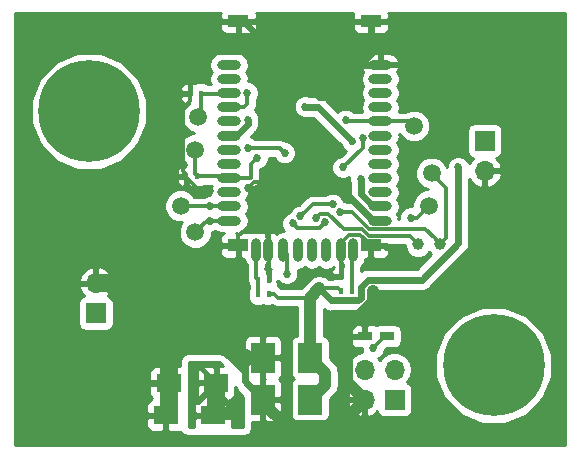
<source format=gbr>
G04 #@! TF.GenerationSoftware,KiCad,Pcbnew,5.0.0*
G04 #@! TF.CreationDate,2018-08-08T08:53:58-04:00*
G04 #@! TF.ProjectId,telegraph,74656C6567726170682E6B696361645F,rev?*
G04 #@! TF.SameCoordinates,Original*
G04 #@! TF.FileFunction,Copper,L2,Bot,Signal*
G04 #@! TF.FilePolarity,Positive*
%FSLAX46Y46*%
G04 Gerber Fmt 4.6, Leading zero omitted, Abs format (unit mm)*
G04 Created by KiCad (PCBNEW 5.0.0) date Wed Aug  8 08:53:58 2018*
%MOMM*%
%LPD*%
G01*
G04 APERTURE LIST*
G04 #@! TA.AperFunction,SMDPad,CuDef*
%ADD10R,1.200000X0.750000*%
G04 #@! TD*
G04 #@! TA.AperFunction,SMDPad,CuDef*
%ADD11R,2.000000X1.600000*%
G04 #@! TD*
G04 #@! TA.AperFunction,SMDPad,CuDef*
%ADD12R,2.000000X2.500000*%
G04 #@! TD*
G04 #@! TA.AperFunction,ComponentPad*
%ADD13C,1.000000*%
G04 #@! TD*
G04 #@! TA.AperFunction,BGAPad,CuDef*
%ADD14C,1.500000*%
G04 #@! TD*
G04 #@! TA.AperFunction,ComponentPad*
%ADD15C,8.600000*%
G04 #@! TD*
G04 #@! TA.AperFunction,SMDPad,CuDef*
%ADD16R,1.800000X1.000000*%
G04 #@! TD*
G04 #@! TA.AperFunction,SMDPad,CuDef*
%ADD17O,2.000000X0.800000*%
G04 #@! TD*
G04 #@! TA.AperFunction,SMDPad,CuDef*
%ADD18O,0.800000X2.000000*%
G04 #@! TD*
G04 #@! TA.AperFunction,SMDPad,CuDef*
%ADD19R,0.400000X0.600000*%
G04 #@! TD*
G04 #@! TA.AperFunction,ComponentPad*
%ADD20R,1.700000X1.700000*%
G04 #@! TD*
G04 #@! TA.AperFunction,ComponentPad*
%ADD21O,1.700000X1.700000*%
G04 #@! TD*
G04 #@! TA.AperFunction,ViaPad*
%ADD22C,0.685800*%
G04 #@! TD*
G04 #@! TA.AperFunction,Conductor*
%ADD23C,0.300000*%
G04 #@! TD*
G04 #@! TA.AperFunction,Conductor*
%ADD24C,1.000000*%
G04 #@! TD*
G04 #@! TA.AperFunction,Conductor*
%ADD25C,0.600000*%
G04 #@! TD*
G04 #@! TA.AperFunction,Conductor*
%ADD26C,1.500000*%
G04 #@! TD*
G04 #@! TA.AperFunction,Conductor*
%ADD27C,0.450000*%
G04 #@! TD*
G04 #@! TA.AperFunction,Conductor*
%ADD28C,0.254000*%
G04 #@! TD*
G04 APERTURE END LIST*
D10*
G04 #@! TO.P,C16,2*
G04 #@! TO.N,GND*
X131300000Y-128100000D03*
G04 #@! TO.P,C16,1*
G04 #@! TO.N,/SWBTDIO*
X133200000Y-128100000D03*
G04 #@! TD*
D11*
G04 #@! TO.P,C9,1*
G04 #@! TO.N,GND*
X114700000Y-132068000D03*
G04 #@! TO.P,C9,2*
G04 #@! TO.N,/+VBAT*
X118700000Y-132068000D03*
G04 #@! TD*
G04 #@! TO.P,C8,2*
G04 #@! TO.N,/+VBAT*
X118450000Y-134818000D03*
G04 #@! TO.P,C8,1*
G04 #@! TO.N,GND*
X114450000Y-134818000D03*
G04 #@! TD*
D12*
G04 #@! TO.P,C13,1*
G04 #@! TO.N,/+3V3*
X126676000Y-129924000D03*
G04 #@! TO.P,C13,2*
G04 #@! TO.N,GND*
X122676000Y-129924000D03*
G04 #@! TD*
G04 #@! TO.P,C14,2*
G04 #@! TO.N,GND*
X122676000Y-133480000D03*
G04 #@! TO.P,C14,1*
G04 #@! TO.N,/+3V3*
X126676000Y-133480000D03*
G04 #@! TD*
D13*
G04 #@! TO.P,Y1,2*
G04 #@! TO.N,Net-(C4-Pad1)*
X135800000Y-120318000D03*
G04 #@! TO.P,Y1,1*
G04 #@! TO.N,Net-(C3-Pad1)*
X137700000Y-120318000D03*
G04 #@! TD*
D14*
G04 #@! TO.P,TP6,1*
G04 #@! TO.N,/RN42_RSTN*
X135450000Y-110318000D03*
G04 #@! TD*
G04 #@! TO.P,TP3,1*
G04 #@! TO.N,Net-(C3-Pad1)*
X136950000Y-114318000D03*
G04 #@! TD*
G04 #@! TO.P,TP7,1*
G04 #@! TO.N,/RN42_CTS*
X116950000Y-112318000D03*
G04 #@! TD*
G04 #@! TO.P,TP5,1*
G04 #@! TO.N,/RN42_RX*
X116950000Y-119318000D03*
G04 #@! TD*
G04 #@! TO.P,TP4,1*
G04 #@! TO.N,/RN42_TX*
X115700000Y-117068000D03*
G04 #@! TD*
G04 #@! TO.P,TP2,1*
G04 #@! TO.N,Net-(C4-Pad1)*
X136700000Y-117068000D03*
G04 #@! TD*
G04 #@! TO.P,TP1,1*
G04 #@! TO.N,Net-(R1-Pad1)*
X117200000Y-109568000D03*
G04 #@! TD*
D15*
G04 #@! TO.P,MH1,1*
G04 #@! TO.N,N/C*
X107950000Y-109068000D03*
G04 #@! TD*
G04 #@! TO.P,MH2,1*
G04 #@! TO.N,N/C*
X142200000Y-130568000D03*
G04 #@! TD*
D16*
G04 #@! TO.P,U2,36*
G04 #@! TO.N,GND*
X131800000Y-101428000D03*
X120600000Y-101428000D03*
X120600000Y-120428000D03*
X131800000Y-120428000D03*
D17*
G04 #@! TO.P,U2,24*
G04 #@! TO.N,Net-(U2-Pad24)*
X119800000Y-105128000D03*
G04 #@! TO.P,U2,23*
G04 #@! TO.N,Net-(U2-Pad23)*
X119800000Y-106328000D03*
G04 #@! TO.P,U2,22*
G04 #@! TO.N,Net-(R1-Pad1)*
X119800000Y-107528000D03*
G04 #@! TO.P,U2,21*
G04 #@! TO.N,Net-(R2-Pad2)*
X119800000Y-108728000D03*
G04 #@! TO.P,U2,20*
G04 #@! TO.N,Net-(U2-Pad20)*
X119800000Y-109928000D03*
G04 #@! TO.P,U2,19*
G04 #@! TO.N,Net-(R3-Pad2)*
X119800000Y-111128000D03*
G04 #@! TO.P,U2,18*
G04 #@! TO.N,Net-(U2-Pad18)*
X119800000Y-112328000D03*
G04 #@! TO.P,U2,17*
G04 #@! TO.N,Net-(U2-Pad17)*
X119800000Y-113528000D03*
G04 #@! TO.P,U2,16*
G04 #@! TO.N,/RN42_CTS*
X119800000Y-114728000D03*
G04 #@! TO.P,U2,15*
G04 #@! TO.N,Net-(U2-Pad15)*
X119800000Y-115928000D03*
G04 #@! TO.P,U2,14*
G04 #@! TO.N,/RN42_TX*
X119800000Y-117128000D03*
G04 #@! TO.P,U2,13*
G04 #@! TO.N,/RN42_RX*
X119800000Y-118328000D03*
D18*
G04 #@! TO.P,U2,30*
G04 #@! TO.N,/AIO0*
X122100000Y-120828000D03*
G04 #@! TO.P,U2,28*
G04 #@! TO.N,GND*
X123100000Y-120828000D03*
G04 #@! TO.P,U2,31*
G04 #@! TO.N,Net-(R10-Pad1)*
X124400000Y-120828000D03*
G04 #@! TO.P,U2,32*
G04 #@! TO.N,Net-(U2-Pad32)*
X125600000Y-120828000D03*
G04 #@! TO.P,U2,33*
G04 #@! TO.N,Net-(U2-Pad33)*
X126800000Y-120828000D03*
G04 #@! TO.P,U2,34*
G04 #@! TO.N,Net-(U2-Pad34)*
X128000000Y-120828000D03*
G04 #@! TO.P,U2,29*
G04 #@! TO.N,GND*
X129300000Y-120828000D03*
G04 #@! TO.P,U2,35*
G04 #@! TO.N,/AIO1*
X130300000Y-120828000D03*
D17*
G04 #@! TO.P,U2,12*
G04 #@! TO.N,GND*
X132600000Y-118328000D03*
G04 #@! TO.P,U2,11*
G04 #@! TO.N,/+3V3*
X132600000Y-117128000D03*
G04 #@! TO.P,U2,10*
G04 #@! TO.N,Net-(U2-Pad10)*
X132600000Y-115928000D03*
G04 #@! TO.P,U2,9*
G04 #@! TO.N,Net-(U2-Pad9)*
X132600000Y-114728000D03*
G04 #@! TO.P,U2,8*
G04 #@! TO.N,Net-(U2-Pad8)*
X132600000Y-113528000D03*
G04 #@! TO.P,U2,7*
G04 #@! TO.N,Net-(U2-Pad7)*
X132600000Y-112328000D03*
G04 #@! TO.P,U2,6*
G04 #@! TO.N,Net-(U2-Pad6)*
X132600000Y-111128000D03*
G04 #@! TO.P,U2,5*
G04 #@! TO.N,/RN42_RSTN*
X132600000Y-109928000D03*
G04 #@! TO.P,U2,4*
G04 #@! TO.N,Net-(U2-Pad4)*
X132600000Y-108728000D03*
G04 #@! TO.P,U2,3*
G04 #@! TO.N,Net-(U2-Pad3)*
X132600000Y-107528000D03*
G04 #@! TO.P,U2,2*
G04 #@! TO.N,Net-(U2-Pad2)*
X132600000Y-106328000D03*
G04 #@! TO.P,U2,1*
G04 #@! TO.N,GND*
X132600000Y-105128000D03*
G04 #@! TD*
D19*
G04 #@! TO.P,R8,2*
G04 #@! TO.N,/AIO1*
X130200000Y-124318000D03*
G04 #@! TO.P,R8,1*
G04 #@! TO.N,/+3V3*
X129300000Y-124318000D03*
G04 #@! TD*
G04 #@! TO.P,R9,2*
G04 #@! TO.N,/AIO0*
X122250000Y-124568000D03*
G04 #@! TO.P,R9,1*
G04 #@! TO.N,/+3V3*
X123150000Y-124568000D03*
G04 #@! TD*
G04 #@! TO.P,R11,1*
G04 #@! TO.N,/AIO1*
X130200000Y-123068000D03*
G04 #@! TO.P,R11,2*
G04 #@! TO.N,GND*
X129300000Y-123068000D03*
G04 #@! TD*
G04 #@! TO.P,R12,2*
G04 #@! TO.N,GND*
X123150000Y-123318000D03*
G04 #@! TO.P,R12,1*
G04 #@! TO.N,/AIO0*
X122250000Y-123318000D03*
G04 #@! TD*
G04 #@! TO.P,R1,2*
G04 #@! TO.N,GND*
X116500000Y-107568000D03*
G04 #@! TO.P,R1,1*
G04 #@! TO.N,Net-(R1-Pad1)*
X117400000Y-107568000D03*
G04 #@! TD*
G04 #@! TO.P,R4,2*
G04 #@! TO.N,GND*
X116200000Y-114568000D03*
G04 #@! TO.P,R4,1*
G04 #@! TO.N,/RN42_CTS*
X117100000Y-114568000D03*
G04 #@! TD*
D20*
G04 #@! TO.P,SW1,1*
G04 #@! TO.N,/MORSE*
X141450000Y-111568000D03*
D21*
G04 #@! TO.P,SW1,2*
G04 #@! TO.N,GND*
X141450000Y-114108000D03*
G04 #@! TD*
G04 #@! TO.P,J2,2*
G04 #@! TO.N,GND*
X108532000Y-123634000D03*
D20*
G04 #@! TO.P,J2,1*
G04 #@! TO.N,Net-(J2-Pad1)*
X108532000Y-126174000D03*
G04 #@! TD*
D21*
G04 #@! TO.P,J1,4*
G04 #@! TO.N,/SBWTCK*
X131280000Y-130940000D03*
G04 #@! TO.P,J1,3*
G04 #@! TO.N,GND*
X131280000Y-133480000D03*
G04 #@! TO.P,J1,2*
G04 #@! TO.N,/SWBTDIO*
X133820000Y-130940000D03*
D20*
G04 #@! TO.P,J1,1*
G04 #@! TO.N,/+3V3*
X133820000Y-133480000D03*
G04 #@! TD*
D22*
G04 #@! TO.N,/SBWTCK*
X125200000Y-118568000D03*
X127950000Y-118468698D03*
G04 #@! TO.N,/SWBTDIO*
X128565312Y-116922690D03*
X125852279Y-117945237D03*
X132000000Y-129120000D03*
G04 #@! TO.N,/+3V3*
X127950000Y-131568000D03*
X127450000Y-124068000D03*
X130950000Y-114818000D03*
X139200000Y-113818000D03*
X130200000Y-111568000D03*
X126250000Y-108668000D03*
G04 #@! TO.N,GND*
X121120000Y-129924000D03*
X108450000Y-133568000D03*
X124450000Y-127318000D03*
X126200000Y-115068000D03*
X131950000Y-124318000D03*
X133200000Y-120568000D03*
X118200000Y-115818000D03*
X121450000Y-115568000D03*
X128200000Y-111818000D03*
X128200000Y-107818000D03*
X131950000Y-125229234D03*
X122676000Y-129924000D03*
G04 #@! TO.N,Net-(C4-Pad1)*
X127200000Y-118068000D03*
X135200000Y-118068000D03*
G04 #@! TO.N,Net-(C3-Pad1)*
X129200000Y-117568000D03*
G04 #@! TO.N,/MORSE*
X129450000Y-113818000D03*
X131128929Y-111334879D03*
G04 #@! TO.N,/RN42_RSTN*
X129700000Y-109818000D03*
G04 #@! TO.N,/RN42_CTS*
X122200000Y-113000000D03*
G04 #@! TO.N,/+VBAT*
X120200000Y-134318000D03*
X116700000Y-133568000D03*
X117450000Y-130568000D03*
X120700000Y-134900000D03*
G04 #@! TO.N,/RN42_TX*
X118200000Y-117128000D03*
G04 #@! TO.N,Net-(R10-Pad1)*
X124700000Y-122818000D03*
G04 #@! TO.N,/RN42_RX*
X118200000Y-118328000D03*
G04 #@! TO.N,Net-(R3-Pad2)*
X121400000Y-109800000D03*
G04 #@! TO.N,Net-(R2-Pad2)*
X121350000Y-107518000D03*
G04 #@! TO.N,Net-(C17-Pad1)*
X121400000Y-112200000D03*
X124500002Y-112592217D03*
G04 #@! TD*
D23*
G04 #@! TO.N,/SBWTCK*
X125200000Y-118568000D02*
X125542899Y-118910899D01*
X125542899Y-118910899D02*
X127507799Y-118910899D01*
X127507799Y-118910899D02*
X127950000Y-118468698D01*
G04 #@! TO.N,/SWBTDIO*
X126195178Y-117602338D02*
X125852279Y-117945237D01*
X128565312Y-116922690D02*
X126874826Y-116922690D01*
X126874826Y-116922690D02*
X126195178Y-117602338D01*
X133020000Y-128100000D02*
X132000000Y-129120000D01*
X133200000Y-128100000D02*
X133020000Y-128100000D01*
D24*
G04 #@! TO.N,/+3V3*
X127950000Y-132206000D02*
X126676000Y-133480000D01*
X127950000Y-131568000D02*
X127950000Y-132206000D01*
X127950000Y-131198000D02*
X126676000Y-129924000D01*
X127950000Y-131568000D02*
X127950000Y-131198000D01*
X126676000Y-129924000D02*
X126676000Y-124842000D01*
X126676000Y-124842000D02*
X127450000Y-124068000D01*
D23*
X123924000Y-124842000D02*
X126676000Y-124842000D01*
X123650000Y-124568000D02*
X123924000Y-124842000D01*
X123150000Y-124568000D02*
X123650000Y-124568000D01*
X129050000Y-124068000D02*
X129300000Y-124318000D01*
X127450000Y-124068000D02*
X129050000Y-124068000D01*
D25*
X130950000Y-116083489D02*
X130950000Y-114818000D01*
X132600000Y-117128000D02*
X131994511Y-117128000D01*
X131994511Y-117128000D02*
X130950000Y-116083489D01*
X130997590Y-123923499D02*
X131603089Y-123318000D01*
X130997590Y-124834732D02*
X130997590Y-123923499D01*
X130761921Y-125070401D02*
X130997590Y-124834732D01*
X128452401Y-125070401D02*
X130761921Y-125070401D01*
X127450000Y-124068000D02*
X128452401Y-125070401D01*
X136109554Y-123318000D02*
X139200000Y-120227554D01*
X131603089Y-123318000D02*
X136109554Y-123318000D01*
X139200000Y-120227554D02*
X139200000Y-113818000D01*
X128600000Y-109968000D02*
X130200000Y-111568000D01*
X127300000Y-108668000D02*
X128600000Y-109968000D01*
X126250000Y-108668000D02*
X127300000Y-108668000D01*
G04 #@! TO.N,GND*
X121120000Y-129924000D02*
X122676000Y-129924000D01*
X121120000Y-131924000D02*
X122676000Y-133480000D01*
X121120000Y-129924000D02*
X121120000Y-131924000D01*
D26*
X114700000Y-134568000D02*
X114450000Y-134818000D01*
X114700000Y-132068000D02*
X114700000Y-134568000D01*
D25*
X109950000Y-132068000D02*
X114700000Y-132068000D01*
X108450000Y-133568000D02*
X109950000Y-132068000D01*
D23*
X122676000Y-128374000D02*
X122676000Y-129924000D01*
X123732000Y-127318000D02*
X122676000Y-128374000D01*
X124450000Y-127318000D02*
X123732000Y-127318000D01*
D26*
X117394000Y-127074000D02*
X114700000Y-129768000D01*
X114700000Y-129768000D02*
X114700000Y-132068000D01*
X120670000Y-129924000D02*
X117820000Y-127074000D01*
X117820000Y-127074000D02*
X117394000Y-127074000D01*
X121120000Y-129924000D02*
X120670000Y-129924000D01*
X113174081Y-127074000D02*
X117820000Y-127074000D01*
X109734081Y-123634000D02*
X113174081Y-127074000D01*
X108532000Y-123634000D02*
X109734081Y-123634000D01*
D24*
X122676000Y-133730000D02*
X122676000Y-133480000D01*
X124676000Y-135730000D02*
X122676000Y-133730000D01*
X129030000Y-135730000D02*
X124676000Y-135730000D01*
X131280000Y-133480000D02*
X129030000Y-135730000D01*
D23*
X129300000Y-120828000D02*
X129300000Y-120228000D01*
X123100000Y-117668000D02*
X125700000Y-115068000D01*
X125700000Y-115068000D02*
X126200000Y-115068000D01*
X120600000Y-120428000D02*
X120600000Y-119628000D01*
X123100000Y-120828000D02*
X123100000Y-119318000D01*
X120910000Y-119318000D02*
X123100000Y-119318000D01*
X120600000Y-119628000D02*
X120910000Y-119318000D01*
X123100000Y-119318000D02*
X123100000Y-117668000D01*
X123150000Y-120878000D02*
X123100000Y-120828000D01*
X123150000Y-123318000D02*
X123150000Y-120878000D01*
X129300000Y-123068000D02*
X129300000Y-120828000D01*
X131800000Y-120428000D02*
X131800000Y-120316000D01*
X132600000Y-118328000D02*
X132600000Y-118412000D01*
X131800000Y-120428000D02*
X133060000Y-120428000D01*
X133060000Y-120428000D02*
X133200000Y-120568000D01*
D25*
X128734511Y-115068000D02*
X128325000Y-115068000D01*
X131994511Y-118328000D02*
X128734511Y-115068000D01*
X128325000Y-115068000D02*
X126200000Y-115068000D01*
X132600000Y-118328000D02*
X131994511Y-118328000D01*
D24*
X129777599Y-127401635D02*
X131950000Y-125229234D01*
X131950000Y-124802933D02*
X131950000Y-124318000D01*
X131950000Y-125229234D02*
X131950000Y-124802933D01*
X131280000Y-133480000D02*
X129777599Y-131977599D01*
D23*
X129300000Y-120828000D02*
X129300000Y-120218000D01*
X129992410Y-119525590D02*
X130897590Y-119525590D01*
X129300000Y-120218000D02*
X129992410Y-119525590D01*
X130897590Y-119525590D02*
X131800000Y-120428000D01*
X117350000Y-115818000D02*
X118200000Y-115818000D01*
X116200000Y-114568000D02*
X116200000Y-114668000D01*
X116200000Y-114668000D02*
X117350000Y-115818000D01*
X121950000Y-115068000D02*
X126200000Y-115068000D01*
X121450000Y-115568000D02*
X121950000Y-115068000D01*
D25*
X128200000Y-113068000D02*
X126200000Y-115068000D01*
X128200000Y-111818000D02*
X128200000Y-113068000D01*
X130890000Y-105128000D02*
X128200000Y-107818000D01*
X132600000Y-105128000D02*
X130890000Y-105128000D01*
X131800000Y-104218000D02*
X130890000Y-105128000D01*
X131800000Y-101428000D02*
X131800000Y-104218000D01*
X127715067Y-107818000D02*
X128200000Y-107818000D01*
X127390000Y-107818000D02*
X127715067Y-107818000D01*
X121000000Y-101428000D02*
X127390000Y-107818000D01*
X120600000Y-101428000D02*
X121000000Y-101428000D01*
D23*
X116500000Y-108168000D02*
X116500000Y-107568000D01*
X115897599Y-108770401D02*
X116500000Y-108168000D01*
X115897599Y-114165599D02*
X115897599Y-108770401D01*
X116200000Y-114468000D02*
X115897599Y-114165599D01*
X116200000Y-114568000D02*
X116200000Y-114468000D01*
X131300000Y-128100000D02*
X129777599Y-128100000D01*
D24*
X129777599Y-131977599D02*
X129777599Y-128100000D01*
X129777599Y-128100000D02*
X129777599Y-127401635D01*
D23*
G04 #@! TO.N,Net-(C4-Pad1)*
X135700000Y-118068000D02*
X136700000Y-117068000D01*
X135200000Y-118068000D02*
X135700000Y-118068000D01*
X128161449Y-117725101D02*
X127542899Y-117725101D01*
X135107599Y-119625599D02*
X131637403Y-119625599D01*
X131637403Y-119625599D02*
X131084984Y-119073179D01*
X127542899Y-117725101D02*
X127200000Y-118068000D01*
X135800000Y-120318000D02*
X135107599Y-119625599D01*
X129509527Y-119073179D02*
X128161449Y-117725101D01*
X131084984Y-119073179D02*
X129509527Y-119073179D01*
G04 #@! TO.N,Net-(C3-Pad1)*
X137699999Y-115067999D02*
X136950000Y-114318000D01*
X138199999Y-115567999D02*
X137699999Y-115067999D01*
X138199999Y-119818001D02*
X138199999Y-115567999D01*
X137700000Y-120318000D02*
X138199999Y-119818001D01*
X136412410Y-119030410D02*
X137200001Y-119818001D01*
X131682019Y-119030410D02*
X136412410Y-119030410D01*
X130219609Y-117568000D02*
X131682019Y-119030410D01*
X137200001Y-119818001D02*
X137700000Y-120318000D01*
X129200000Y-117568000D02*
X130219609Y-117568000D01*
G04 #@! TO.N,/MORSE*
X129450000Y-113818000D02*
X131128929Y-112139071D01*
X131128929Y-112139071D02*
X131128929Y-111334879D01*
G04 #@! TO.N,/RN42_RSTN*
X135060000Y-109928000D02*
X135450000Y-110318000D01*
X132600000Y-109928000D02*
X135060000Y-109928000D01*
X132600000Y-109928000D02*
X129810000Y-109928000D01*
X129810000Y-109928000D02*
X129700000Y-109818000D01*
G04 #@! TO.N,/RN42_CTS*
X119640000Y-114568000D02*
X119800000Y-114728000D01*
X117100000Y-114568000D02*
X119640000Y-114568000D01*
X119800000Y-114728000D02*
X121650195Y-114728000D01*
X116950000Y-114418000D02*
X117100000Y-114568000D01*
X116950000Y-112318000D02*
X116950000Y-114418000D01*
X121650195Y-114728000D02*
X121650195Y-113549805D01*
X121650195Y-113549805D02*
X122200000Y-113000000D01*
D25*
G04 #@! TO.N,/+VBAT*
X118950000Y-134318000D02*
X118450000Y-134818000D01*
X120200000Y-134318000D02*
X118950000Y-134318000D01*
X118700000Y-132818000D02*
X120200000Y-134318000D01*
X118700000Y-132068000D02*
X118700000Y-132818000D01*
X117200000Y-133568000D02*
X118700000Y-132068000D01*
X116700000Y-133568000D02*
X117200000Y-133568000D01*
D27*
X117450000Y-130818000D02*
X118700000Y-132068000D01*
X117450000Y-130568000D02*
X117450000Y-130818000D01*
D26*
X118700000Y-134568000D02*
X118450000Y-134818000D01*
X118700000Y-132068000D02*
X118700000Y-134568000D01*
D25*
X118532000Y-134900000D02*
X118450000Y-134818000D01*
X120700000Y-134900000D02*
X118532000Y-134900000D01*
D23*
G04 #@! TO.N,/RN42_TX*
X115760000Y-117128000D02*
X115700000Y-117068000D01*
X119800000Y-117128000D02*
X118200000Y-117128000D01*
X118200000Y-117128000D02*
X115760000Y-117128000D01*
G04 #@! TO.N,Net-(R10-Pad1)*
X124700000Y-121128000D02*
X124400000Y-120828000D01*
X124700000Y-122818000D02*
X124700000Y-121128000D01*
G04 #@! TO.N,/RN42_RX*
X117940000Y-118328000D02*
X116950000Y-119318000D01*
X119800000Y-118328000D02*
X118200000Y-118328000D01*
X118200000Y-118328000D02*
X117940000Y-118328000D01*
D25*
G04 #@! TO.N,Net-(R3-Pad2)*
X119860000Y-111068000D02*
X119800000Y-111128000D01*
X121400000Y-110133489D02*
X121400000Y-109800000D01*
X119800000Y-111128000D02*
X120405489Y-111128000D01*
X120405489Y-111128000D02*
X121400000Y-110133489D01*
D23*
G04 #@! TO.N,Net-(R2-Pad2)*
X121350000Y-108002933D02*
X121350000Y-107518000D01*
X121350000Y-108478000D02*
X121350000Y-108002933D01*
X121100000Y-108728000D02*
X121350000Y-108478000D01*
X119800000Y-108728000D02*
X121100000Y-108728000D01*
G04 #@! TO.N,Net-(R1-Pad1)*
X117400000Y-109368000D02*
X117200000Y-109568000D01*
X117400000Y-107568000D02*
X117400000Y-109368000D01*
X117400000Y-107568000D02*
X119760000Y-107568000D01*
G04 #@! TO.N,/AIO0*
X122100000Y-123168000D02*
X122250000Y-123318000D01*
X122100000Y-120828000D02*
X122100000Y-123168000D01*
X122250000Y-123318000D02*
X122250000Y-124568000D01*
G04 #@! TO.N,/AIO1*
X130200000Y-124318000D02*
X130200000Y-123068000D01*
X130200000Y-120928000D02*
X130300000Y-120828000D01*
X130200000Y-123068000D02*
X130200000Y-120928000D01*
G04 #@! TO.N,Net-(U2-Pad23)*
X119660000Y-106268000D02*
X119700000Y-106228000D01*
G04 #@! TO.N,Net-(C17-Pad1)*
X121400000Y-112200000D02*
X124107785Y-112200000D01*
X124157103Y-112249318D02*
X124500002Y-112592217D01*
X124107785Y-112200000D02*
X124157103Y-112249318D01*
G04 #@! TD*
D28*
G04 #@! TO.N,GND*
G36*
X119065000Y-100801690D02*
X119065000Y-101142250D01*
X119223750Y-101301000D01*
X120473000Y-101301000D01*
X120473000Y-101281000D01*
X120727000Y-101281000D01*
X120727000Y-101301000D01*
X121976250Y-101301000D01*
X122135000Y-101142250D01*
X122135000Y-100801690D01*
X122097021Y-100710000D01*
X130302979Y-100710000D01*
X130265000Y-100801690D01*
X130265000Y-101142250D01*
X130423750Y-101301000D01*
X131673000Y-101301000D01*
X131673000Y-101281000D01*
X131927000Y-101281000D01*
X131927000Y-101301000D01*
X133176250Y-101301000D01*
X133335000Y-101142250D01*
X133335000Y-100801690D01*
X133297021Y-100710000D01*
X148290000Y-100710000D01*
X148290001Y-137290000D01*
X101710000Y-137290000D01*
X101710000Y-135103750D01*
X112815000Y-135103750D01*
X112815000Y-135744310D01*
X112911673Y-135977699D01*
X113090302Y-136156327D01*
X113323691Y-136253000D01*
X114164250Y-136253000D01*
X114323000Y-136094250D01*
X114323000Y-134945000D01*
X112973750Y-134945000D01*
X112815000Y-135103750D01*
X101710000Y-135103750D01*
X101710000Y-133891690D01*
X112815000Y-133891690D01*
X112815000Y-134532250D01*
X112973750Y-134691000D01*
X114323000Y-134691000D01*
X114323000Y-134671000D01*
X114577000Y-134671000D01*
X114577000Y-134691000D01*
X114597000Y-134691000D01*
X114597000Y-134945000D01*
X114577000Y-134945000D01*
X114577000Y-136094250D01*
X114735750Y-136253000D01*
X115576309Y-136253000D01*
X115741197Y-136184701D01*
X115850987Y-136349013D01*
X116056996Y-136486664D01*
X116300000Y-136535000D01*
X121100000Y-136535000D01*
X121343004Y-136486664D01*
X121549013Y-136349013D01*
X121686664Y-136143004D01*
X121735000Y-135900000D01*
X121735000Y-135365000D01*
X122390250Y-135365000D01*
X122549000Y-135206250D01*
X122549000Y-133607000D01*
X122803000Y-133607000D01*
X122803000Y-135206250D01*
X122961750Y-135365000D01*
X123802309Y-135365000D01*
X124035698Y-135268327D01*
X124214327Y-135089699D01*
X124311000Y-134856310D01*
X124311000Y-133765750D01*
X124152250Y-133607000D01*
X122803000Y-133607000D01*
X122549000Y-133607000D01*
X122529000Y-133607000D01*
X122529000Y-133353000D01*
X122549000Y-133353000D01*
X122549000Y-131753750D01*
X122497250Y-131702000D01*
X122549000Y-131650250D01*
X122549000Y-130051000D01*
X122803000Y-130051000D01*
X122803000Y-131650250D01*
X122854750Y-131702000D01*
X122803000Y-131753750D01*
X122803000Y-133353000D01*
X124152250Y-133353000D01*
X124311000Y-133194250D01*
X124311000Y-132103690D01*
X124214327Y-131870301D01*
X124046025Y-131702000D01*
X124214327Y-131533699D01*
X124311000Y-131300310D01*
X124311000Y-130209750D01*
X124152250Y-130051000D01*
X122803000Y-130051000D01*
X122549000Y-130051000D01*
X121199750Y-130051000D01*
X121041000Y-130209750D01*
X121041000Y-131246099D01*
X121034303Y-131236744D01*
X119434303Y-129736744D01*
X119243004Y-129613336D01*
X119000000Y-129565000D01*
X116300000Y-129565000D01*
X116056996Y-129613336D01*
X115850987Y-129750987D01*
X115713336Y-129956996D01*
X115665000Y-130200000D01*
X115665000Y-130633000D01*
X114985750Y-130633000D01*
X114827000Y-130791750D01*
X114827000Y-131941000D01*
X114847000Y-131941000D01*
X114847000Y-132195000D01*
X114827000Y-132195000D01*
X114827000Y-132215000D01*
X114573000Y-132215000D01*
X114573000Y-132195000D01*
X113223750Y-132195000D01*
X113065000Y-132353750D01*
X113065000Y-132994310D01*
X113161673Y-133227699D01*
X113318942Y-133384967D01*
X113090302Y-133479673D01*
X112911673Y-133658301D01*
X112815000Y-133891690D01*
X101710000Y-133891690D01*
X101710000Y-131141690D01*
X113065000Y-131141690D01*
X113065000Y-131782250D01*
X113223750Y-131941000D01*
X114573000Y-131941000D01*
X114573000Y-130791750D01*
X114414250Y-130633000D01*
X113573691Y-130633000D01*
X113340302Y-130729673D01*
X113161673Y-130908301D01*
X113065000Y-131141690D01*
X101710000Y-131141690D01*
X101710000Y-128547690D01*
X121041000Y-128547690D01*
X121041000Y-129638250D01*
X121199750Y-129797000D01*
X122549000Y-129797000D01*
X122549000Y-128197750D01*
X122803000Y-128197750D01*
X122803000Y-129797000D01*
X124152250Y-129797000D01*
X124311000Y-129638250D01*
X124311000Y-128547690D01*
X124214327Y-128314301D01*
X124035698Y-128135673D01*
X123802309Y-128039000D01*
X122961750Y-128039000D01*
X122803000Y-128197750D01*
X122549000Y-128197750D01*
X122390250Y-128039000D01*
X121549691Y-128039000D01*
X121316302Y-128135673D01*
X121137673Y-128314301D01*
X121041000Y-128547690D01*
X101710000Y-128547690D01*
X101710000Y-125324000D01*
X107034560Y-125324000D01*
X107034560Y-127024000D01*
X107083843Y-127271765D01*
X107224191Y-127481809D01*
X107434235Y-127622157D01*
X107682000Y-127671440D01*
X109382000Y-127671440D01*
X109629765Y-127622157D01*
X109839809Y-127481809D01*
X109980157Y-127271765D01*
X110029440Y-127024000D01*
X110029440Y-125324000D01*
X109980157Y-125076235D01*
X109839809Y-124866191D01*
X109629765Y-124725843D01*
X109526292Y-124705261D01*
X109803645Y-124400924D01*
X109973476Y-123990890D01*
X109852155Y-123761000D01*
X108659000Y-123761000D01*
X108659000Y-123781000D01*
X108405000Y-123781000D01*
X108405000Y-123761000D01*
X107211845Y-123761000D01*
X107090524Y-123990890D01*
X107260355Y-124400924D01*
X107537708Y-124705261D01*
X107434235Y-124725843D01*
X107224191Y-124866191D01*
X107083843Y-125076235D01*
X107034560Y-125324000D01*
X101710000Y-125324000D01*
X101710000Y-123277110D01*
X107090524Y-123277110D01*
X107211845Y-123507000D01*
X108405000Y-123507000D01*
X108405000Y-122313181D01*
X108659000Y-122313181D01*
X108659000Y-123507000D01*
X109852155Y-123507000D01*
X109973476Y-123277110D01*
X109803645Y-122867076D01*
X109413358Y-122438817D01*
X108888892Y-122192514D01*
X108659000Y-122313181D01*
X108405000Y-122313181D01*
X108175108Y-122192514D01*
X107650642Y-122438817D01*
X107260355Y-122867076D01*
X107090524Y-123277110D01*
X101710000Y-123277110D01*
X101710000Y-120713750D01*
X119065000Y-120713750D01*
X119065000Y-121054310D01*
X119161673Y-121287699D01*
X119340302Y-121466327D01*
X119573691Y-121563000D01*
X120314250Y-121563000D01*
X120473000Y-121404250D01*
X120473000Y-120555000D01*
X119223750Y-120555000D01*
X119065000Y-120713750D01*
X101710000Y-120713750D01*
X101710000Y-116792506D01*
X114315000Y-116792506D01*
X114315000Y-117343494D01*
X114525853Y-117852540D01*
X114915460Y-118242147D01*
X115424506Y-118453000D01*
X115856313Y-118453000D01*
X115775853Y-118533460D01*
X115565000Y-119042506D01*
X115565000Y-119593494D01*
X115775853Y-120102540D01*
X116165460Y-120492147D01*
X116674506Y-120703000D01*
X117225494Y-120703000D01*
X117734540Y-120492147D01*
X118124147Y-120102540D01*
X118335000Y-119593494D01*
X118335000Y-119305900D01*
X118394516Y-119305900D01*
X118645186Y-119202069D01*
X118796163Y-119302948D01*
X119098065Y-119363000D01*
X119404696Y-119363000D01*
X119340302Y-119389673D01*
X119161673Y-119568301D01*
X119065000Y-119801690D01*
X119065000Y-120142250D01*
X119223750Y-120301000D01*
X120473000Y-120301000D01*
X120473000Y-120281000D01*
X120727000Y-120281000D01*
X120727000Y-120301000D01*
X120747000Y-120301000D01*
X120747000Y-120555000D01*
X120727000Y-120555000D01*
X120727000Y-121404250D01*
X120885750Y-121563000D01*
X121071578Y-121563000D01*
X121125053Y-121831837D01*
X121315001Y-122116114D01*
X121315001Y-123090684D01*
X121299622Y-123168000D01*
X121360546Y-123474291D01*
X121402560Y-123537169D01*
X121402560Y-123618000D01*
X121451843Y-123865765D01*
X121465000Y-123885456D01*
X121465001Y-124000544D01*
X121451843Y-124020235D01*
X121402560Y-124268000D01*
X121402560Y-124868000D01*
X121451843Y-125115765D01*
X121592191Y-125325809D01*
X121802235Y-125466157D01*
X122050000Y-125515440D01*
X122450000Y-125515440D01*
X122697765Y-125466157D01*
X122700000Y-125464664D01*
X122702235Y-125466157D01*
X122950000Y-125515440D01*
X123350000Y-125515440D01*
X123480164Y-125489549D01*
X123617708Y-125581454D01*
X123846684Y-125627000D01*
X123846688Y-125627000D01*
X123924000Y-125642378D01*
X124001312Y-125627000D01*
X125541001Y-125627000D01*
X125541000Y-128053413D01*
X125428235Y-128075843D01*
X125218191Y-128216191D01*
X125077843Y-128426235D01*
X125028560Y-128674000D01*
X125028560Y-131174000D01*
X125077843Y-131421765D01*
X125218191Y-131631809D01*
X125323238Y-131702000D01*
X125218191Y-131772191D01*
X125077843Y-131982235D01*
X125028560Y-132230000D01*
X125028560Y-134730000D01*
X125077843Y-134977765D01*
X125218191Y-135187809D01*
X125428235Y-135328157D01*
X125676000Y-135377440D01*
X127676000Y-135377440D01*
X127923765Y-135328157D01*
X128133809Y-135187809D01*
X128274157Y-134977765D01*
X128323440Y-134730000D01*
X128323440Y-133836892D01*
X129838514Y-133836892D01*
X130084817Y-134361358D01*
X130513076Y-134751645D01*
X130923110Y-134921476D01*
X131153000Y-134800155D01*
X131153000Y-133607000D01*
X129959181Y-133607000D01*
X129838514Y-133836892D01*
X128323440Y-133836892D01*
X128323440Y-133437692D01*
X128673521Y-133087611D01*
X128768289Y-133024289D01*
X129019146Y-132648855D01*
X129039625Y-132545900D01*
X129107235Y-132206001D01*
X129085000Y-132094218D01*
X129085000Y-131309782D01*
X129107235Y-131197999D01*
X129055916Y-130940000D01*
X129765908Y-130940000D01*
X129881161Y-131519418D01*
X130209375Y-132010625D01*
X130509786Y-132211353D01*
X130084817Y-132598642D01*
X129838514Y-133123108D01*
X129959181Y-133353000D01*
X131153000Y-133353000D01*
X131153000Y-133333000D01*
X131407000Y-133333000D01*
X131407000Y-133353000D01*
X131427000Y-133353000D01*
X131427000Y-133607000D01*
X131407000Y-133607000D01*
X131407000Y-134800155D01*
X131636890Y-134921476D01*
X132046924Y-134751645D01*
X132351261Y-134474292D01*
X132371843Y-134577765D01*
X132512191Y-134787809D01*
X132722235Y-134928157D01*
X132970000Y-134977440D01*
X134670000Y-134977440D01*
X134917765Y-134928157D01*
X135127809Y-134787809D01*
X135268157Y-134577765D01*
X135317440Y-134330000D01*
X135317440Y-132630000D01*
X135268157Y-132382235D01*
X135127809Y-132172191D01*
X134917765Y-132031843D01*
X134872381Y-132022816D01*
X134890625Y-132010625D01*
X135218839Y-131519418D01*
X135334092Y-130940000D01*
X135218839Y-130360582D01*
X134890625Y-129869375D01*
X134467076Y-129586368D01*
X137265000Y-129586368D01*
X137265000Y-131549632D01*
X138016309Y-133363453D01*
X139404547Y-134751691D01*
X141218368Y-135503000D01*
X143181632Y-135503000D01*
X144995453Y-134751691D01*
X146383691Y-133363453D01*
X147135000Y-131549632D01*
X147135000Y-129586368D01*
X146383691Y-127772547D01*
X144995453Y-126384309D01*
X143181632Y-125633000D01*
X141218368Y-125633000D01*
X139404547Y-126384309D01*
X138016309Y-127772547D01*
X137265000Y-129586368D01*
X134467076Y-129586368D01*
X134399418Y-129541161D01*
X133966256Y-129455000D01*
X133673744Y-129455000D01*
X133240582Y-129541161D01*
X132749375Y-129869375D01*
X132550000Y-130167761D01*
X132436380Y-129997716D01*
X132553936Y-129949023D01*
X132829023Y-129673936D01*
X132977900Y-129314516D01*
X132977900Y-129252257D01*
X133107718Y-129122440D01*
X133800000Y-129122440D01*
X134047765Y-129073157D01*
X134257809Y-128932809D01*
X134398157Y-128722765D01*
X134447440Y-128475000D01*
X134447440Y-127725000D01*
X134398157Y-127477235D01*
X134257809Y-127267191D01*
X134047765Y-127126843D01*
X133800000Y-127077560D01*
X132600000Y-127077560D01*
X132352235Y-127126843D01*
X132260898Y-127187873D01*
X132259698Y-127186673D01*
X132026309Y-127090000D01*
X131585750Y-127090000D01*
X131427000Y-127248750D01*
X131427000Y-127973000D01*
X131447000Y-127973000D01*
X131447000Y-128227000D01*
X131427000Y-128227000D01*
X131427000Y-128247000D01*
X131173000Y-128247000D01*
X131173000Y-128227000D01*
X130223750Y-128227000D01*
X130065000Y-128385750D01*
X130065000Y-128601310D01*
X130161673Y-128834699D01*
X130340302Y-129013327D01*
X130573691Y-129110000D01*
X131014250Y-129110000D01*
X131022100Y-129102150D01*
X131022100Y-129314516D01*
X131084359Y-129464823D01*
X130700582Y-129541161D01*
X130209375Y-129869375D01*
X129881161Y-130360582D01*
X129765908Y-130940000D01*
X129055916Y-130940000D01*
X129019146Y-130755145D01*
X128908866Y-130590100D01*
X128768289Y-130379711D01*
X128673521Y-130316389D01*
X128323440Y-129966308D01*
X128323440Y-128674000D01*
X128274157Y-128426235D01*
X128133809Y-128216191D01*
X127923765Y-128075843D01*
X127811000Y-128053413D01*
X127811000Y-127598690D01*
X130065000Y-127598690D01*
X130065000Y-127814250D01*
X130223750Y-127973000D01*
X131173000Y-127973000D01*
X131173000Y-127248750D01*
X131014250Y-127090000D01*
X130573691Y-127090000D01*
X130340302Y-127186673D01*
X130161673Y-127365301D01*
X130065000Y-127598690D01*
X127811000Y-127598690D01*
X127811000Y-125766345D01*
X127856370Y-125796660D01*
X128087582Y-125951151D01*
X128452400Y-126023718D01*
X128544486Y-126005401D01*
X130669835Y-126005401D01*
X130761921Y-126023718D01*
X130854007Y-126005401D01*
X131126740Y-125951151D01*
X131436018Y-125744498D01*
X131488182Y-125666429D01*
X131593618Y-125560993D01*
X131671687Y-125508829D01*
X131878340Y-125199551D01*
X131932590Y-124926818D01*
X131932590Y-124926815D01*
X131950906Y-124834733D01*
X131932590Y-124742651D01*
X131932590Y-124310788D01*
X131990379Y-124253000D01*
X136017468Y-124253000D01*
X136109554Y-124271317D01*
X136201640Y-124253000D01*
X136474373Y-124198750D01*
X136783651Y-123992097D01*
X136835815Y-123914028D01*
X139796028Y-120953815D01*
X139874097Y-120901651D01*
X140080750Y-120592373D01*
X140135000Y-120319640D01*
X140135000Y-120319639D01*
X140153317Y-120227554D01*
X140135000Y-120135468D01*
X140135000Y-114770249D01*
X140178355Y-114874924D01*
X140568642Y-115303183D01*
X141093108Y-115549486D01*
X141323000Y-115428819D01*
X141323000Y-114235000D01*
X141577000Y-114235000D01*
X141577000Y-115428819D01*
X141806892Y-115549486D01*
X142331358Y-115303183D01*
X142721645Y-114874924D01*
X142891476Y-114464890D01*
X142770155Y-114235000D01*
X141577000Y-114235000D01*
X141323000Y-114235000D01*
X141303000Y-114235000D01*
X141303000Y-113981000D01*
X141323000Y-113981000D01*
X141323000Y-113961000D01*
X141577000Y-113961000D01*
X141577000Y-113981000D01*
X142770155Y-113981000D01*
X142891476Y-113751110D01*
X142721645Y-113341076D01*
X142444292Y-113036739D01*
X142547765Y-113016157D01*
X142757809Y-112875809D01*
X142898157Y-112665765D01*
X142947440Y-112418000D01*
X142947440Y-110718000D01*
X142898157Y-110470235D01*
X142757809Y-110260191D01*
X142547765Y-110119843D01*
X142300000Y-110070560D01*
X140600000Y-110070560D01*
X140352235Y-110119843D01*
X140142191Y-110260191D01*
X140001843Y-110470235D01*
X139952560Y-110718000D01*
X139952560Y-112418000D01*
X140001843Y-112665765D01*
X140142191Y-112875809D01*
X140352235Y-113016157D01*
X140455708Y-113036739D01*
X140178355Y-113341076D01*
X140119641Y-113482834D01*
X140029023Y-113264064D01*
X139753936Y-112988977D01*
X139394516Y-112840100D01*
X139005484Y-112840100D01*
X138646064Y-112988977D01*
X138370977Y-113264064D01*
X138222100Y-113623484D01*
X138222100Y-113769940D01*
X138124147Y-113533460D01*
X137734540Y-113143853D01*
X137225494Y-112933000D01*
X136674506Y-112933000D01*
X136165460Y-113143853D01*
X135775853Y-113533460D01*
X135565000Y-114042506D01*
X135565000Y-114593494D01*
X135775853Y-115102540D01*
X136165460Y-115492147D01*
X136626222Y-115683000D01*
X136424506Y-115683000D01*
X135915460Y-115893853D01*
X135525853Y-116283460D01*
X135315000Y-116792506D01*
X135315000Y-117090100D01*
X135005484Y-117090100D01*
X134646064Y-117238977D01*
X134370977Y-117514064D01*
X134222100Y-117873484D01*
X134222100Y-118200998D01*
X134067000Y-118200998D01*
X134194666Y-118041877D01*
X134042847Y-117729540D01*
X134174948Y-117531837D01*
X134255276Y-117128000D01*
X134174948Y-116724163D01*
X134043876Y-116528000D01*
X134174948Y-116331837D01*
X134255276Y-115928000D01*
X134174948Y-115524163D01*
X134043876Y-115328000D01*
X134174948Y-115131837D01*
X134255276Y-114728000D01*
X134174948Y-114324163D01*
X134043876Y-114128000D01*
X134174948Y-113931837D01*
X134255276Y-113528000D01*
X134174948Y-113124163D01*
X134043876Y-112928000D01*
X134174948Y-112731837D01*
X134255276Y-112328000D01*
X134174948Y-111924163D01*
X134043876Y-111728000D01*
X134174948Y-111531837D01*
X134255276Y-111128000D01*
X134226522Y-110983444D01*
X134275853Y-111102540D01*
X134665460Y-111492147D01*
X135174506Y-111703000D01*
X135725494Y-111703000D01*
X136234540Y-111492147D01*
X136624147Y-111102540D01*
X136835000Y-110593494D01*
X136835000Y-110042506D01*
X136624147Y-109533460D01*
X136234540Y-109143853D01*
X135725494Y-108933000D01*
X135174506Y-108933000D01*
X134667519Y-109143000D01*
X134167489Y-109143000D01*
X134174948Y-109131837D01*
X134255276Y-108728000D01*
X134174948Y-108324163D01*
X134043876Y-108128000D01*
X134174948Y-107931837D01*
X134255276Y-107528000D01*
X134174948Y-107124163D01*
X134043876Y-106928000D01*
X134174948Y-106731837D01*
X134255276Y-106328000D01*
X134174948Y-105924163D01*
X134042847Y-105726460D01*
X134194666Y-105414123D01*
X134066998Y-105255000D01*
X132727000Y-105255000D01*
X132727000Y-105275000D01*
X132473000Y-105275000D01*
X132473000Y-105255000D01*
X131133002Y-105255000D01*
X131005334Y-105414123D01*
X131157153Y-105726460D01*
X131025052Y-105924163D01*
X130944724Y-106328000D01*
X131025052Y-106731837D01*
X131156124Y-106928000D01*
X131025052Y-107124163D01*
X130944724Y-107528000D01*
X131025052Y-107931837D01*
X131156124Y-108128000D01*
X131025052Y-108324163D01*
X130944724Y-108728000D01*
X131025052Y-109131837D01*
X131032511Y-109143000D01*
X130407959Y-109143000D01*
X130253936Y-108988977D01*
X129894516Y-108840100D01*
X129505484Y-108840100D01*
X129146064Y-108988977D01*
X129044665Y-109090376D01*
X128026261Y-108071972D01*
X127974097Y-107993903D01*
X127664819Y-107787250D01*
X127392086Y-107733000D01*
X127300000Y-107714683D01*
X127207914Y-107733000D01*
X126548086Y-107733000D01*
X126444516Y-107690100D01*
X126055484Y-107690100D01*
X125696064Y-107838977D01*
X125420977Y-108114064D01*
X125272100Y-108473484D01*
X125272100Y-108862516D01*
X125420977Y-109221936D01*
X125696064Y-109497023D01*
X126055484Y-109645900D01*
X126444516Y-109645900D01*
X126548086Y-109603000D01*
X126912711Y-109603000D01*
X129328077Y-112018366D01*
X129370977Y-112121936D01*
X129646064Y-112397023D01*
X129727208Y-112430634D01*
X129317743Y-112840100D01*
X129255484Y-112840100D01*
X128896064Y-112988977D01*
X128620977Y-113264064D01*
X128472100Y-113623484D01*
X128472100Y-114012516D01*
X128620977Y-114371936D01*
X128896064Y-114647023D01*
X129255484Y-114795900D01*
X129644516Y-114795900D01*
X129972100Y-114660210D01*
X129972100Y-115012516D01*
X130015001Y-115116087D01*
X130015000Y-115991403D01*
X129996683Y-116083489D01*
X130015000Y-116175574D01*
X130069250Y-116448307D01*
X130275903Y-116757586D01*
X130321149Y-116787818D01*
X130296925Y-116783000D01*
X130296921Y-116783000D01*
X130219609Y-116767622D01*
X130142297Y-116783000D01*
X129797959Y-116783000D01*
X129753936Y-116738977D01*
X129504971Y-116635852D01*
X129394335Y-116368754D01*
X129119248Y-116093667D01*
X128759828Y-115944790D01*
X128370796Y-115944790D01*
X128011376Y-116093667D01*
X127967353Y-116137690D01*
X126952136Y-116137690D01*
X126874825Y-116122312D01*
X126797514Y-116137690D01*
X126797510Y-116137690D01*
X126568534Y-116183236D01*
X126501572Y-116227979D01*
X126374417Y-116312941D01*
X126374415Y-116312943D01*
X126308873Y-116356737D01*
X126265079Y-116422280D01*
X125720022Y-116967337D01*
X125657763Y-116967337D01*
X125298343Y-117116214D01*
X125023256Y-117391301D01*
X124927537Y-117622387D01*
X124646064Y-117738977D01*
X124370977Y-118014064D01*
X124222100Y-118373484D01*
X124222100Y-118762516D01*
X124370977Y-119121936D01*
X124427169Y-119178128D01*
X124400000Y-119172724D01*
X123996163Y-119253052D01*
X123751075Y-119416814D01*
X123742053Y-119406342D01*
X123386123Y-119233334D01*
X123227000Y-119361002D01*
X123227000Y-120701000D01*
X123247000Y-120701000D01*
X123247000Y-120955000D01*
X123227000Y-120955000D01*
X123227000Y-122294998D01*
X123376669Y-122415081D01*
X123250000Y-122541750D01*
X123250000Y-123191000D01*
X123297000Y-123191000D01*
X123297000Y-123445000D01*
X123250000Y-123445000D01*
X123250000Y-123465000D01*
X123097440Y-123465000D01*
X123097440Y-123018000D01*
X123050000Y-122779500D01*
X123050000Y-122541750D01*
X122891250Y-122383000D01*
X122885000Y-122383000D01*
X122885000Y-122365602D01*
X122973000Y-122294998D01*
X122973000Y-121984413D01*
X123074948Y-121831837D01*
X123135000Y-121529935D01*
X123135000Y-120126065D01*
X123074948Y-119824163D01*
X122973000Y-119671587D01*
X122973000Y-119361002D01*
X122813877Y-119233334D01*
X122617316Y-119328877D01*
X122503836Y-119253052D01*
X122100000Y-119172724D01*
X121696163Y-119253052D01*
X121632524Y-119295574D01*
X121626309Y-119293000D01*
X120885750Y-119293000D01*
X120727002Y-119451748D01*
X120727002Y-119318231D01*
X120803837Y-119302948D01*
X121146193Y-119074193D01*
X121374948Y-118731837D01*
X121455276Y-118328000D01*
X121374948Y-117924163D01*
X121243876Y-117728000D01*
X121374948Y-117531837D01*
X121455276Y-117128000D01*
X121374948Y-116724163D01*
X121243876Y-116528000D01*
X121374948Y-116331837D01*
X121455276Y-115928000D01*
X121374948Y-115524163D01*
X121367489Y-115513000D01*
X121572879Y-115513000D01*
X121650195Y-115528379D01*
X121727511Y-115513000D01*
X121956487Y-115467454D01*
X122216148Y-115293953D01*
X122389649Y-115034292D01*
X122389649Y-115034291D01*
X122435195Y-114805316D01*
X122435195Y-114805315D01*
X122450574Y-114728000D01*
X122435195Y-114650684D01*
X122435195Y-113961050D01*
X122753936Y-113829023D01*
X123029023Y-113553936D01*
X123177900Y-113194516D01*
X123177900Y-112985000D01*
X123604227Y-112985000D01*
X123670979Y-113146153D01*
X123946066Y-113421240D01*
X124305486Y-113570117D01*
X124694518Y-113570117D01*
X125053938Y-113421240D01*
X125329025Y-113146153D01*
X125477902Y-112786733D01*
X125477902Y-112397701D01*
X125329025Y-112038281D01*
X125053938Y-111763194D01*
X124694518Y-111614317D01*
X124644210Y-111614317D01*
X124414077Y-111460546D01*
X124185101Y-111415000D01*
X124185097Y-111415000D01*
X124107785Y-111399622D01*
X124030473Y-111415000D01*
X121997959Y-111415000D01*
X121953936Y-111370977D01*
X121622208Y-111233570D01*
X121996031Y-110859748D01*
X122074097Y-110807586D01*
X122280750Y-110498308D01*
X122335000Y-110225575D01*
X122335000Y-110225574D01*
X122353317Y-110133489D01*
X122342617Y-110079697D01*
X122377900Y-109994516D01*
X122377900Y-109605484D01*
X122229023Y-109246064D01*
X121960397Y-108977438D01*
X122089454Y-108784292D01*
X122135000Y-108555316D01*
X122135000Y-108555312D01*
X122150378Y-108478001D01*
X122135000Y-108400690D01*
X122135000Y-108115959D01*
X122179023Y-108071936D01*
X122327900Y-107712516D01*
X122327900Y-107323484D01*
X122179023Y-106964064D01*
X121903936Y-106688977D01*
X121544516Y-106540100D01*
X121413087Y-106540100D01*
X121455276Y-106328000D01*
X121374948Y-105924163D01*
X121243876Y-105728000D01*
X121374948Y-105531837D01*
X121455276Y-105128000D01*
X121398363Y-104841877D01*
X131005334Y-104841877D01*
X131133002Y-105001000D01*
X132473000Y-105001000D01*
X132473000Y-104093000D01*
X132727000Y-104093000D01*
X132727000Y-105001000D01*
X134066998Y-105001000D01*
X134194666Y-104841877D01*
X134021658Y-104485947D01*
X133713410Y-104220385D01*
X133327000Y-104093000D01*
X132727000Y-104093000D01*
X132473000Y-104093000D01*
X131873000Y-104093000D01*
X131486590Y-104220385D01*
X131178342Y-104485947D01*
X131005334Y-104841877D01*
X121398363Y-104841877D01*
X121374948Y-104724163D01*
X121146193Y-104381807D01*
X120803837Y-104153052D01*
X120501935Y-104093000D01*
X119098065Y-104093000D01*
X118796163Y-104153052D01*
X118453807Y-104381807D01*
X118225052Y-104724163D01*
X118144724Y-105128000D01*
X118225052Y-105531837D01*
X118356124Y-105728000D01*
X118225052Y-105924163D01*
X118144724Y-106328000D01*
X118225052Y-106731837D01*
X118259238Y-106783000D01*
X118017115Y-106783000D01*
X117847765Y-106669843D01*
X117600000Y-106620560D01*
X117200000Y-106620560D01*
X116952235Y-106669843D01*
X116938084Y-106679299D01*
X116826309Y-106633000D01*
X116758750Y-106633000D01*
X116600000Y-106791750D01*
X116600000Y-107029500D01*
X116552560Y-107268000D01*
X116552560Y-107715000D01*
X116400000Y-107715000D01*
X116400000Y-107695000D01*
X115823750Y-107695000D01*
X115665000Y-107853750D01*
X115665000Y-107994310D01*
X115761673Y-108227699D01*
X115940302Y-108406327D01*
X116173691Y-108503000D01*
X116241250Y-108503000D01*
X116372998Y-108371252D01*
X116372998Y-108436315D01*
X116025853Y-108783460D01*
X115815000Y-109292506D01*
X115815000Y-109843494D01*
X116025853Y-110352540D01*
X116415460Y-110742147D01*
X116876222Y-110933000D01*
X116674506Y-110933000D01*
X116165460Y-111143853D01*
X115775853Y-111533460D01*
X115565000Y-112042506D01*
X115565000Y-112593494D01*
X115775853Y-113102540D01*
X116165001Y-113491688D01*
X116165001Y-113633000D01*
X116072998Y-113633000D01*
X116072998Y-113764748D01*
X115941250Y-113633000D01*
X115873691Y-113633000D01*
X115640302Y-113729673D01*
X115461673Y-113908301D01*
X115365000Y-114141690D01*
X115365000Y-114282250D01*
X115523750Y-114441000D01*
X116100000Y-114441000D01*
X116100000Y-114421000D01*
X116150219Y-114421000D01*
X116210546Y-114724291D01*
X116252560Y-114787169D01*
X116252560Y-114868000D01*
X116300000Y-115106500D01*
X116300000Y-115344250D01*
X116458750Y-115503000D01*
X116526309Y-115503000D01*
X116638084Y-115456701D01*
X116652235Y-115466157D01*
X116900000Y-115515440D01*
X117300000Y-115515440D01*
X117547765Y-115466157D01*
X117717115Y-115353000D01*
X118339419Y-115353000D01*
X118225052Y-115524163D01*
X118144724Y-115928000D01*
X118188902Y-116150100D01*
X118005484Y-116150100D01*
X117646064Y-116298977D01*
X117602041Y-116343000D01*
X116898809Y-116343000D01*
X116874147Y-116283460D01*
X116484540Y-115893853D01*
X115975494Y-115683000D01*
X115424506Y-115683000D01*
X114915460Y-115893853D01*
X114525853Y-116283460D01*
X114315000Y-116792506D01*
X101710000Y-116792506D01*
X101710000Y-114853750D01*
X115365000Y-114853750D01*
X115365000Y-114994310D01*
X115461673Y-115227699D01*
X115640302Y-115406327D01*
X115873691Y-115503000D01*
X115941250Y-115503000D01*
X116100000Y-115344250D01*
X116100000Y-114695000D01*
X115523750Y-114695000D01*
X115365000Y-114853750D01*
X101710000Y-114853750D01*
X101710000Y-108086368D01*
X103015000Y-108086368D01*
X103015000Y-110049632D01*
X103766309Y-111863453D01*
X105154547Y-113251691D01*
X106968368Y-114003000D01*
X108931632Y-114003000D01*
X110745453Y-113251691D01*
X112133691Y-111863453D01*
X112885000Y-110049632D01*
X112885000Y-108086368D01*
X112493702Y-107141690D01*
X115665000Y-107141690D01*
X115665000Y-107282250D01*
X115823750Y-107441000D01*
X116400000Y-107441000D01*
X116400000Y-106791750D01*
X116241250Y-106633000D01*
X116173691Y-106633000D01*
X115940302Y-106729673D01*
X115761673Y-106908301D01*
X115665000Y-107141690D01*
X112493702Y-107141690D01*
X112133691Y-106272547D01*
X110745453Y-104884309D01*
X108931632Y-104133000D01*
X106968368Y-104133000D01*
X105154547Y-104884309D01*
X103766309Y-106272547D01*
X103015000Y-108086368D01*
X101710000Y-108086368D01*
X101710000Y-101713750D01*
X119065000Y-101713750D01*
X119065000Y-102054310D01*
X119161673Y-102287699D01*
X119340302Y-102466327D01*
X119573691Y-102563000D01*
X120314250Y-102563000D01*
X120473000Y-102404250D01*
X120473000Y-101555000D01*
X120727000Y-101555000D01*
X120727000Y-102404250D01*
X120885750Y-102563000D01*
X121626309Y-102563000D01*
X121859698Y-102466327D01*
X122038327Y-102287699D01*
X122135000Y-102054310D01*
X122135000Y-101713750D01*
X130265000Y-101713750D01*
X130265000Y-102054310D01*
X130361673Y-102287699D01*
X130540302Y-102466327D01*
X130773691Y-102563000D01*
X131514250Y-102563000D01*
X131673000Y-102404250D01*
X131673000Y-101555000D01*
X131927000Y-101555000D01*
X131927000Y-102404250D01*
X132085750Y-102563000D01*
X132826309Y-102563000D01*
X133059698Y-102466327D01*
X133238327Y-102287699D01*
X133335000Y-102054310D01*
X133335000Y-101713750D01*
X133176250Y-101555000D01*
X131927000Y-101555000D01*
X131673000Y-101555000D01*
X130423750Y-101555000D01*
X130265000Y-101713750D01*
X122135000Y-101713750D01*
X121976250Y-101555000D01*
X120727000Y-101555000D01*
X120473000Y-101555000D01*
X119223750Y-101555000D01*
X119065000Y-101713750D01*
X101710000Y-101713750D01*
X101710000Y-100710000D01*
X119102979Y-100710000D01*
X119065000Y-100801690D01*
X119065000Y-100801690D01*
G37*
X119065000Y-100801690D02*
X119065000Y-101142250D01*
X119223750Y-101301000D01*
X120473000Y-101301000D01*
X120473000Y-101281000D01*
X120727000Y-101281000D01*
X120727000Y-101301000D01*
X121976250Y-101301000D01*
X122135000Y-101142250D01*
X122135000Y-100801690D01*
X122097021Y-100710000D01*
X130302979Y-100710000D01*
X130265000Y-100801690D01*
X130265000Y-101142250D01*
X130423750Y-101301000D01*
X131673000Y-101301000D01*
X131673000Y-101281000D01*
X131927000Y-101281000D01*
X131927000Y-101301000D01*
X133176250Y-101301000D01*
X133335000Y-101142250D01*
X133335000Y-100801690D01*
X133297021Y-100710000D01*
X148290000Y-100710000D01*
X148290001Y-137290000D01*
X101710000Y-137290000D01*
X101710000Y-135103750D01*
X112815000Y-135103750D01*
X112815000Y-135744310D01*
X112911673Y-135977699D01*
X113090302Y-136156327D01*
X113323691Y-136253000D01*
X114164250Y-136253000D01*
X114323000Y-136094250D01*
X114323000Y-134945000D01*
X112973750Y-134945000D01*
X112815000Y-135103750D01*
X101710000Y-135103750D01*
X101710000Y-133891690D01*
X112815000Y-133891690D01*
X112815000Y-134532250D01*
X112973750Y-134691000D01*
X114323000Y-134691000D01*
X114323000Y-134671000D01*
X114577000Y-134671000D01*
X114577000Y-134691000D01*
X114597000Y-134691000D01*
X114597000Y-134945000D01*
X114577000Y-134945000D01*
X114577000Y-136094250D01*
X114735750Y-136253000D01*
X115576309Y-136253000D01*
X115741197Y-136184701D01*
X115850987Y-136349013D01*
X116056996Y-136486664D01*
X116300000Y-136535000D01*
X121100000Y-136535000D01*
X121343004Y-136486664D01*
X121549013Y-136349013D01*
X121686664Y-136143004D01*
X121735000Y-135900000D01*
X121735000Y-135365000D01*
X122390250Y-135365000D01*
X122549000Y-135206250D01*
X122549000Y-133607000D01*
X122803000Y-133607000D01*
X122803000Y-135206250D01*
X122961750Y-135365000D01*
X123802309Y-135365000D01*
X124035698Y-135268327D01*
X124214327Y-135089699D01*
X124311000Y-134856310D01*
X124311000Y-133765750D01*
X124152250Y-133607000D01*
X122803000Y-133607000D01*
X122549000Y-133607000D01*
X122529000Y-133607000D01*
X122529000Y-133353000D01*
X122549000Y-133353000D01*
X122549000Y-131753750D01*
X122497250Y-131702000D01*
X122549000Y-131650250D01*
X122549000Y-130051000D01*
X122803000Y-130051000D01*
X122803000Y-131650250D01*
X122854750Y-131702000D01*
X122803000Y-131753750D01*
X122803000Y-133353000D01*
X124152250Y-133353000D01*
X124311000Y-133194250D01*
X124311000Y-132103690D01*
X124214327Y-131870301D01*
X124046025Y-131702000D01*
X124214327Y-131533699D01*
X124311000Y-131300310D01*
X124311000Y-130209750D01*
X124152250Y-130051000D01*
X122803000Y-130051000D01*
X122549000Y-130051000D01*
X121199750Y-130051000D01*
X121041000Y-130209750D01*
X121041000Y-131246099D01*
X121034303Y-131236744D01*
X119434303Y-129736744D01*
X119243004Y-129613336D01*
X119000000Y-129565000D01*
X116300000Y-129565000D01*
X116056996Y-129613336D01*
X115850987Y-129750987D01*
X115713336Y-129956996D01*
X115665000Y-130200000D01*
X115665000Y-130633000D01*
X114985750Y-130633000D01*
X114827000Y-130791750D01*
X114827000Y-131941000D01*
X114847000Y-131941000D01*
X114847000Y-132195000D01*
X114827000Y-132195000D01*
X114827000Y-132215000D01*
X114573000Y-132215000D01*
X114573000Y-132195000D01*
X113223750Y-132195000D01*
X113065000Y-132353750D01*
X113065000Y-132994310D01*
X113161673Y-133227699D01*
X113318942Y-133384967D01*
X113090302Y-133479673D01*
X112911673Y-133658301D01*
X112815000Y-133891690D01*
X101710000Y-133891690D01*
X101710000Y-131141690D01*
X113065000Y-131141690D01*
X113065000Y-131782250D01*
X113223750Y-131941000D01*
X114573000Y-131941000D01*
X114573000Y-130791750D01*
X114414250Y-130633000D01*
X113573691Y-130633000D01*
X113340302Y-130729673D01*
X113161673Y-130908301D01*
X113065000Y-131141690D01*
X101710000Y-131141690D01*
X101710000Y-128547690D01*
X121041000Y-128547690D01*
X121041000Y-129638250D01*
X121199750Y-129797000D01*
X122549000Y-129797000D01*
X122549000Y-128197750D01*
X122803000Y-128197750D01*
X122803000Y-129797000D01*
X124152250Y-129797000D01*
X124311000Y-129638250D01*
X124311000Y-128547690D01*
X124214327Y-128314301D01*
X124035698Y-128135673D01*
X123802309Y-128039000D01*
X122961750Y-128039000D01*
X122803000Y-128197750D01*
X122549000Y-128197750D01*
X122390250Y-128039000D01*
X121549691Y-128039000D01*
X121316302Y-128135673D01*
X121137673Y-128314301D01*
X121041000Y-128547690D01*
X101710000Y-128547690D01*
X101710000Y-125324000D01*
X107034560Y-125324000D01*
X107034560Y-127024000D01*
X107083843Y-127271765D01*
X107224191Y-127481809D01*
X107434235Y-127622157D01*
X107682000Y-127671440D01*
X109382000Y-127671440D01*
X109629765Y-127622157D01*
X109839809Y-127481809D01*
X109980157Y-127271765D01*
X110029440Y-127024000D01*
X110029440Y-125324000D01*
X109980157Y-125076235D01*
X109839809Y-124866191D01*
X109629765Y-124725843D01*
X109526292Y-124705261D01*
X109803645Y-124400924D01*
X109973476Y-123990890D01*
X109852155Y-123761000D01*
X108659000Y-123761000D01*
X108659000Y-123781000D01*
X108405000Y-123781000D01*
X108405000Y-123761000D01*
X107211845Y-123761000D01*
X107090524Y-123990890D01*
X107260355Y-124400924D01*
X107537708Y-124705261D01*
X107434235Y-124725843D01*
X107224191Y-124866191D01*
X107083843Y-125076235D01*
X107034560Y-125324000D01*
X101710000Y-125324000D01*
X101710000Y-123277110D01*
X107090524Y-123277110D01*
X107211845Y-123507000D01*
X108405000Y-123507000D01*
X108405000Y-122313181D01*
X108659000Y-122313181D01*
X108659000Y-123507000D01*
X109852155Y-123507000D01*
X109973476Y-123277110D01*
X109803645Y-122867076D01*
X109413358Y-122438817D01*
X108888892Y-122192514D01*
X108659000Y-122313181D01*
X108405000Y-122313181D01*
X108175108Y-122192514D01*
X107650642Y-122438817D01*
X107260355Y-122867076D01*
X107090524Y-123277110D01*
X101710000Y-123277110D01*
X101710000Y-120713750D01*
X119065000Y-120713750D01*
X119065000Y-121054310D01*
X119161673Y-121287699D01*
X119340302Y-121466327D01*
X119573691Y-121563000D01*
X120314250Y-121563000D01*
X120473000Y-121404250D01*
X120473000Y-120555000D01*
X119223750Y-120555000D01*
X119065000Y-120713750D01*
X101710000Y-120713750D01*
X101710000Y-116792506D01*
X114315000Y-116792506D01*
X114315000Y-117343494D01*
X114525853Y-117852540D01*
X114915460Y-118242147D01*
X115424506Y-118453000D01*
X115856313Y-118453000D01*
X115775853Y-118533460D01*
X115565000Y-119042506D01*
X115565000Y-119593494D01*
X115775853Y-120102540D01*
X116165460Y-120492147D01*
X116674506Y-120703000D01*
X117225494Y-120703000D01*
X117734540Y-120492147D01*
X118124147Y-120102540D01*
X118335000Y-119593494D01*
X118335000Y-119305900D01*
X118394516Y-119305900D01*
X118645186Y-119202069D01*
X118796163Y-119302948D01*
X119098065Y-119363000D01*
X119404696Y-119363000D01*
X119340302Y-119389673D01*
X119161673Y-119568301D01*
X119065000Y-119801690D01*
X119065000Y-120142250D01*
X119223750Y-120301000D01*
X120473000Y-120301000D01*
X120473000Y-120281000D01*
X120727000Y-120281000D01*
X120727000Y-120301000D01*
X120747000Y-120301000D01*
X120747000Y-120555000D01*
X120727000Y-120555000D01*
X120727000Y-121404250D01*
X120885750Y-121563000D01*
X121071578Y-121563000D01*
X121125053Y-121831837D01*
X121315001Y-122116114D01*
X121315001Y-123090684D01*
X121299622Y-123168000D01*
X121360546Y-123474291D01*
X121402560Y-123537169D01*
X121402560Y-123618000D01*
X121451843Y-123865765D01*
X121465000Y-123885456D01*
X121465001Y-124000544D01*
X121451843Y-124020235D01*
X121402560Y-124268000D01*
X121402560Y-124868000D01*
X121451843Y-125115765D01*
X121592191Y-125325809D01*
X121802235Y-125466157D01*
X122050000Y-125515440D01*
X122450000Y-125515440D01*
X122697765Y-125466157D01*
X122700000Y-125464664D01*
X122702235Y-125466157D01*
X122950000Y-125515440D01*
X123350000Y-125515440D01*
X123480164Y-125489549D01*
X123617708Y-125581454D01*
X123846684Y-125627000D01*
X123846688Y-125627000D01*
X123924000Y-125642378D01*
X124001312Y-125627000D01*
X125541001Y-125627000D01*
X125541000Y-128053413D01*
X125428235Y-128075843D01*
X125218191Y-128216191D01*
X125077843Y-128426235D01*
X125028560Y-128674000D01*
X125028560Y-131174000D01*
X125077843Y-131421765D01*
X125218191Y-131631809D01*
X125323238Y-131702000D01*
X125218191Y-131772191D01*
X125077843Y-131982235D01*
X125028560Y-132230000D01*
X125028560Y-134730000D01*
X125077843Y-134977765D01*
X125218191Y-135187809D01*
X125428235Y-135328157D01*
X125676000Y-135377440D01*
X127676000Y-135377440D01*
X127923765Y-135328157D01*
X128133809Y-135187809D01*
X128274157Y-134977765D01*
X128323440Y-134730000D01*
X128323440Y-133836892D01*
X129838514Y-133836892D01*
X130084817Y-134361358D01*
X130513076Y-134751645D01*
X130923110Y-134921476D01*
X131153000Y-134800155D01*
X131153000Y-133607000D01*
X129959181Y-133607000D01*
X129838514Y-133836892D01*
X128323440Y-133836892D01*
X128323440Y-133437692D01*
X128673521Y-133087611D01*
X128768289Y-133024289D01*
X129019146Y-132648855D01*
X129039625Y-132545900D01*
X129107235Y-132206001D01*
X129085000Y-132094218D01*
X129085000Y-131309782D01*
X129107235Y-131197999D01*
X129055916Y-130940000D01*
X129765908Y-130940000D01*
X129881161Y-131519418D01*
X130209375Y-132010625D01*
X130509786Y-132211353D01*
X130084817Y-132598642D01*
X129838514Y-133123108D01*
X129959181Y-133353000D01*
X131153000Y-133353000D01*
X131153000Y-133333000D01*
X131407000Y-133333000D01*
X131407000Y-133353000D01*
X131427000Y-133353000D01*
X131427000Y-133607000D01*
X131407000Y-133607000D01*
X131407000Y-134800155D01*
X131636890Y-134921476D01*
X132046924Y-134751645D01*
X132351261Y-134474292D01*
X132371843Y-134577765D01*
X132512191Y-134787809D01*
X132722235Y-134928157D01*
X132970000Y-134977440D01*
X134670000Y-134977440D01*
X134917765Y-134928157D01*
X135127809Y-134787809D01*
X135268157Y-134577765D01*
X135317440Y-134330000D01*
X135317440Y-132630000D01*
X135268157Y-132382235D01*
X135127809Y-132172191D01*
X134917765Y-132031843D01*
X134872381Y-132022816D01*
X134890625Y-132010625D01*
X135218839Y-131519418D01*
X135334092Y-130940000D01*
X135218839Y-130360582D01*
X134890625Y-129869375D01*
X134467076Y-129586368D01*
X137265000Y-129586368D01*
X137265000Y-131549632D01*
X138016309Y-133363453D01*
X139404547Y-134751691D01*
X141218368Y-135503000D01*
X143181632Y-135503000D01*
X144995453Y-134751691D01*
X146383691Y-133363453D01*
X147135000Y-131549632D01*
X147135000Y-129586368D01*
X146383691Y-127772547D01*
X144995453Y-126384309D01*
X143181632Y-125633000D01*
X141218368Y-125633000D01*
X139404547Y-126384309D01*
X138016309Y-127772547D01*
X137265000Y-129586368D01*
X134467076Y-129586368D01*
X134399418Y-129541161D01*
X133966256Y-129455000D01*
X133673744Y-129455000D01*
X133240582Y-129541161D01*
X132749375Y-129869375D01*
X132550000Y-130167761D01*
X132436380Y-129997716D01*
X132553936Y-129949023D01*
X132829023Y-129673936D01*
X132977900Y-129314516D01*
X132977900Y-129252257D01*
X133107718Y-129122440D01*
X133800000Y-129122440D01*
X134047765Y-129073157D01*
X134257809Y-128932809D01*
X134398157Y-128722765D01*
X134447440Y-128475000D01*
X134447440Y-127725000D01*
X134398157Y-127477235D01*
X134257809Y-127267191D01*
X134047765Y-127126843D01*
X133800000Y-127077560D01*
X132600000Y-127077560D01*
X132352235Y-127126843D01*
X132260898Y-127187873D01*
X132259698Y-127186673D01*
X132026309Y-127090000D01*
X131585750Y-127090000D01*
X131427000Y-127248750D01*
X131427000Y-127973000D01*
X131447000Y-127973000D01*
X131447000Y-128227000D01*
X131427000Y-128227000D01*
X131427000Y-128247000D01*
X131173000Y-128247000D01*
X131173000Y-128227000D01*
X130223750Y-128227000D01*
X130065000Y-128385750D01*
X130065000Y-128601310D01*
X130161673Y-128834699D01*
X130340302Y-129013327D01*
X130573691Y-129110000D01*
X131014250Y-129110000D01*
X131022100Y-129102150D01*
X131022100Y-129314516D01*
X131084359Y-129464823D01*
X130700582Y-129541161D01*
X130209375Y-129869375D01*
X129881161Y-130360582D01*
X129765908Y-130940000D01*
X129055916Y-130940000D01*
X129019146Y-130755145D01*
X128908866Y-130590100D01*
X128768289Y-130379711D01*
X128673521Y-130316389D01*
X128323440Y-129966308D01*
X128323440Y-128674000D01*
X128274157Y-128426235D01*
X128133809Y-128216191D01*
X127923765Y-128075843D01*
X127811000Y-128053413D01*
X127811000Y-127598690D01*
X130065000Y-127598690D01*
X130065000Y-127814250D01*
X130223750Y-127973000D01*
X131173000Y-127973000D01*
X131173000Y-127248750D01*
X131014250Y-127090000D01*
X130573691Y-127090000D01*
X130340302Y-127186673D01*
X130161673Y-127365301D01*
X130065000Y-127598690D01*
X127811000Y-127598690D01*
X127811000Y-125766345D01*
X127856370Y-125796660D01*
X128087582Y-125951151D01*
X128452400Y-126023718D01*
X128544486Y-126005401D01*
X130669835Y-126005401D01*
X130761921Y-126023718D01*
X130854007Y-126005401D01*
X131126740Y-125951151D01*
X131436018Y-125744498D01*
X131488182Y-125666429D01*
X131593618Y-125560993D01*
X131671687Y-125508829D01*
X131878340Y-125199551D01*
X131932590Y-124926818D01*
X131932590Y-124926815D01*
X131950906Y-124834733D01*
X131932590Y-124742651D01*
X131932590Y-124310788D01*
X131990379Y-124253000D01*
X136017468Y-124253000D01*
X136109554Y-124271317D01*
X136201640Y-124253000D01*
X136474373Y-124198750D01*
X136783651Y-123992097D01*
X136835815Y-123914028D01*
X139796028Y-120953815D01*
X139874097Y-120901651D01*
X140080750Y-120592373D01*
X140135000Y-120319640D01*
X140135000Y-120319639D01*
X140153317Y-120227554D01*
X140135000Y-120135468D01*
X140135000Y-114770249D01*
X140178355Y-114874924D01*
X140568642Y-115303183D01*
X141093108Y-115549486D01*
X141323000Y-115428819D01*
X141323000Y-114235000D01*
X141577000Y-114235000D01*
X141577000Y-115428819D01*
X141806892Y-115549486D01*
X142331358Y-115303183D01*
X142721645Y-114874924D01*
X142891476Y-114464890D01*
X142770155Y-114235000D01*
X141577000Y-114235000D01*
X141323000Y-114235000D01*
X141303000Y-114235000D01*
X141303000Y-113981000D01*
X141323000Y-113981000D01*
X141323000Y-113961000D01*
X141577000Y-113961000D01*
X141577000Y-113981000D01*
X142770155Y-113981000D01*
X142891476Y-113751110D01*
X142721645Y-113341076D01*
X142444292Y-113036739D01*
X142547765Y-113016157D01*
X142757809Y-112875809D01*
X142898157Y-112665765D01*
X142947440Y-112418000D01*
X142947440Y-110718000D01*
X142898157Y-110470235D01*
X142757809Y-110260191D01*
X142547765Y-110119843D01*
X142300000Y-110070560D01*
X140600000Y-110070560D01*
X140352235Y-110119843D01*
X140142191Y-110260191D01*
X140001843Y-110470235D01*
X139952560Y-110718000D01*
X139952560Y-112418000D01*
X140001843Y-112665765D01*
X140142191Y-112875809D01*
X140352235Y-113016157D01*
X140455708Y-113036739D01*
X140178355Y-113341076D01*
X140119641Y-113482834D01*
X140029023Y-113264064D01*
X139753936Y-112988977D01*
X139394516Y-112840100D01*
X139005484Y-112840100D01*
X138646064Y-112988977D01*
X138370977Y-113264064D01*
X138222100Y-113623484D01*
X138222100Y-113769940D01*
X138124147Y-113533460D01*
X137734540Y-113143853D01*
X137225494Y-112933000D01*
X136674506Y-112933000D01*
X136165460Y-113143853D01*
X135775853Y-113533460D01*
X135565000Y-114042506D01*
X135565000Y-114593494D01*
X135775853Y-115102540D01*
X136165460Y-115492147D01*
X136626222Y-115683000D01*
X136424506Y-115683000D01*
X135915460Y-115893853D01*
X135525853Y-116283460D01*
X135315000Y-116792506D01*
X135315000Y-117090100D01*
X135005484Y-117090100D01*
X134646064Y-117238977D01*
X134370977Y-117514064D01*
X134222100Y-117873484D01*
X134222100Y-118200998D01*
X134067000Y-118200998D01*
X134194666Y-118041877D01*
X134042847Y-117729540D01*
X134174948Y-117531837D01*
X134255276Y-117128000D01*
X134174948Y-116724163D01*
X134043876Y-116528000D01*
X134174948Y-116331837D01*
X134255276Y-115928000D01*
X134174948Y-115524163D01*
X134043876Y-115328000D01*
X134174948Y-115131837D01*
X134255276Y-114728000D01*
X134174948Y-114324163D01*
X134043876Y-114128000D01*
X134174948Y-113931837D01*
X134255276Y-113528000D01*
X134174948Y-113124163D01*
X134043876Y-112928000D01*
X134174948Y-112731837D01*
X134255276Y-112328000D01*
X134174948Y-111924163D01*
X134043876Y-111728000D01*
X134174948Y-111531837D01*
X134255276Y-111128000D01*
X134226522Y-110983444D01*
X134275853Y-111102540D01*
X134665460Y-111492147D01*
X135174506Y-111703000D01*
X135725494Y-111703000D01*
X136234540Y-111492147D01*
X136624147Y-111102540D01*
X136835000Y-110593494D01*
X136835000Y-110042506D01*
X136624147Y-109533460D01*
X136234540Y-109143853D01*
X135725494Y-108933000D01*
X135174506Y-108933000D01*
X134667519Y-109143000D01*
X134167489Y-109143000D01*
X134174948Y-109131837D01*
X134255276Y-108728000D01*
X134174948Y-108324163D01*
X134043876Y-108128000D01*
X134174948Y-107931837D01*
X134255276Y-107528000D01*
X134174948Y-107124163D01*
X134043876Y-106928000D01*
X134174948Y-106731837D01*
X134255276Y-106328000D01*
X134174948Y-105924163D01*
X134042847Y-105726460D01*
X134194666Y-105414123D01*
X134066998Y-105255000D01*
X132727000Y-105255000D01*
X132727000Y-105275000D01*
X132473000Y-105275000D01*
X132473000Y-105255000D01*
X131133002Y-105255000D01*
X131005334Y-105414123D01*
X131157153Y-105726460D01*
X131025052Y-105924163D01*
X130944724Y-106328000D01*
X131025052Y-106731837D01*
X131156124Y-106928000D01*
X131025052Y-107124163D01*
X130944724Y-107528000D01*
X131025052Y-107931837D01*
X131156124Y-108128000D01*
X131025052Y-108324163D01*
X130944724Y-108728000D01*
X131025052Y-109131837D01*
X131032511Y-109143000D01*
X130407959Y-109143000D01*
X130253936Y-108988977D01*
X129894516Y-108840100D01*
X129505484Y-108840100D01*
X129146064Y-108988977D01*
X129044665Y-109090376D01*
X128026261Y-108071972D01*
X127974097Y-107993903D01*
X127664819Y-107787250D01*
X127392086Y-107733000D01*
X127300000Y-107714683D01*
X127207914Y-107733000D01*
X126548086Y-107733000D01*
X126444516Y-107690100D01*
X126055484Y-107690100D01*
X125696064Y-107838977D01*
X125420977Y-108114064D01*
X125272100Y-108473484D01*
X125272100Y-108862516D01*
X125420977Y-109221936D01*
X125696064Y-109497023D01*
X126055484Y-109645900D01*
X126444516Y-109645900D01*
X126548086Y-109603000D01*
X126912711Y-109603000D01*
X129328077Y-112018366D01*
X129370977Y-112121936D01*
X129646064Y-112397023D01*
X129727208Y-112430634D01*
X129317743Y-112840100D01*
X129255484Y-112840100D01*
X128896064Y-112988977D01*
X128620977Y-113264064D01*
X128472100Y-113623484D01*
X128472100Y-114012516D01*
X128620977Y-114371936D01*
X128896064Y-114647023D01*
X129255484Y-114795900D01*
X129644516Y-114795900D01*
X129972100Y-114660210D01*
X129972100Y-115012516D01*
X130015001Y-115116087D01*
X130015000Y-115991403D01*
X129996683Y-116083489D01*
X130015000Y-116175574D01*
X130069250Y-116448307D01*
X130275903Y-116757586D01*
X130321149Y-116787818D01*
X130296925Y-116783000D01*
X130296921Y-116783000D01*
X130219609Y-116767622D01*
X130142297Y-116783000D01*
X129797959Y-116783000D01*
X129753936Y-116738977D01*
X129504971Y-116635852D01*
X129394335Y-116368754D01*
X129119248Y-116093667D01*
X128759828Y-115944790D01*
X128370796Y-115944790D01*
X128011376Y-116093667D01*
X127967353Y-116137690D01*
X126952136Y-116137690D01*
X126874825Y-116122312D01*
X126797514Y-116137690D01*
X126797510Y-116137690D01*
X126568534Y-116183236D01*
X126501572Y-116227979D01*
X126374417Y-116312941D01*
X126374415Y-116312943D01*
X126308873Y-116356737D01*
X126265079Y-116422280D01*
X125720022Y-116967337D01*
X125657763Y-116967337D01*
X125298343Y-117116214D01*
X125023256Y-117391301D01*
X124927537Y-117622387D01*
X124646064Y-117738977D01*
X124370977Y-118014064D01*
X124222100Y-118373484D01*
X124222100Y-118762516D01*
X124370977Y-119121936D01*
X124427169Y-119178128D01*
X124400000Y-119172724D01*
X123996163Y-119253052D01*
X123751075Y-119416814D01*
X123742053Y-119406342D01*
X123386123Y-119233334D01*
X123227000Y-119361002D01*
X123227000Y-120701000D01*
X123247000Y-120701000D01*
X123247000Y-120955000D01*
X123227000Y-120955000D01*
X123227000Y-122294998D01*
X123376669Y-122415081D01*
X123250000Y-122541750D01*
X123250000Y-123191000D01*
X123297000Y-123191000D01*
X123297000Y-123445000D01*
X123250000Y-123445000D01*
X123250000Y-123465000D01*
X123097440Y-123465000D01*
X123097440Y-123018000D01*
X123050000Y-122779500D01*
X123050000Y-122541750D01*
X122891250Y-122383000D01*
X122885000Y-122383000D01*
X122885000Y-122365602D01*
X122973000Y-122294998D01*
X122973000Y-121984413D01*
X123074948Y-121831837D01*
X123135000Y-121529935D01*
X123135000Y-120126065D01*
X123074948Y-119824163D01*
X122973000Y-119671587D01*
X122973000Y-119361002D01*
X122813877Y-119233334D01*
X122617316Y-119328877D01*
X122503836Y-119253052D01*
X122100000Y-119172724D01*
X121696163Y-119253052D01*
X121632524Y-119295574D01*
X121626309Y-119293000D01*
X120885750Y-119293000D01*
X120727002Y-119451748D01*
X120727002Y-119318231D01*
X120803837Y-119302948D01*
X121146193Y-119074193D01*
X121374948Y-118731837D01*
X121455276Y-118328000D01*
X121374948Y-117924163D01*
X121243876Y-117728000D01*
X121374948Y-117531837D01*
X121455276Y-117128000D01*
X121374948Y-116724163D01*
X121243876Y-116528000D01*
X121374948Y-116331837D01*
X121455276Y-115928000D01*
X121374948Y-115524163D01*
X121367489Y-115513000D01*
X121572879Y-115513000D01*
X121650195Y-115528379D01*
X121727511Y-115513000D01*
X121956487Y-115467454D01*
X122216148Y-115293953D01*
X122389649Y-115034292D01*
X122389649Y-115034291D01*
X122435195Y-114805316D01*
X122435195Y-114805315D01*
X122450574Y-114728000D01*
X122435195Y-114650684D01*
X122435195Y-113961050D01*
X122753936Y-113829023D01*
X123029023Y-113553936D01*
X123177900Y-113194516D01*
X123177900Y-112985000D01*
X123604227Y-112985000D01*
X123670979Y-113146153D01*
X123946066Y-113421240D01*
X124305486Y-113570117D01*
X124694518Y-113570117D01*
X125053938Y-113421240D01*
X125329025Y-113146153D01*
X125477902Y-112786733D01*
X125477902Y-112397701D01*
X125329025Y-112038281D01*
X125053938Y-111763194D01*
X124694518Y-111614317D01*
X124644210Y-111614317D01*
X124414077Y-111460546D01*
X124185101Y-111415000D01*
X124185097Y-111415000D01*
X124107785Y-111399622D01*
X124030473Y-111415000D01*
X121997959Y-111415000D01*
X121953936Y-111370977D01*
X121622208Y-111233570D01*
X121996031Y-110859748D01*
X122074097Y-110807586D01*
X122280750Y-110498308D01*
X122335000Y-110225575D01*
X122335000Y-110225574D01*
X122353317Y-110133489D01*
X122342617Y-110079697D01*
X122377900Y-109994516D01*
X122377900Y-109605484D01*
X122229023Y-109246064D01*
X121960397Y-108977438D01*
X122089454Y-108784292D01*
X122135000Y-108555316D01*
X122135000Y-108555312D01*
X122150378Y-108478001D01*
X122135000Y-108400690D01*
X122135000Y-108115959D01*
X122179023Y-108071936D01*
X122327900Y-107712516D01*
X122327900Y-107323484D01*
X122179023Y-106964064D01*
X121903936Y-106688977D01*
X121544516Y-106540100D01*
X121413087Y-106540100D01*
X121455276Y-106328000D01*
X121374948Y-105924163D01*
X121243876Y-105728000D01*
X121374948Y-105531837D01*
X121455276Y-105128000D01*
X121398363Y-104841877D01*
X131005334Y-104841877D01*
X131133002Y-105001000D01*
X132473000Y-105001000D01*
X132473000Y-104093000D01*
X132727000Y-104093000D01*
X132727000Y-105001000D01*
X134066998Y-105001000D01*
X134194666Y-104841877D01*
X134021658Y-104485947D01*
X133713410Y-104220385D01*
X133327000Y-104093000D01*
X132727000Y-104093000D01*
X132473000Y-104093000D01*
X131873000Y-104093000D01*
X131486590Y-104220385D01*
X131178342Y-104485947D01*
X131005334Y-104841877D01*
X121398363Y-104841877D01*
X121374948Y-104724163D01*
X121146193Y-104381807D01*
X120803837Y-104153052D01*
X120501935Y-104093000D01*
X119098065Y-104093000D01*
X118796163Y-104153052D01*
X118453807Y-104381807D01*
X118225052Y-104724163D01*
X118144724Y-105128000D01*
X118225052Y-105531837D01*
X118356124Y-105728000D01*
X118225052Y-105924163D01*
X118144724Y-106328000D01*
X118225052Y-106731837D01*
X118259238Y-106783000D01*
X118017115Y-106783000D01*
X117847765Y-106669843D01*
X117600000Y-106620560D01*
X117200000Y-106620560D01*
X116952235Y-106669843D01*
X116938084Y-106679299D01*
X116826309Y-106633000D01*
X116758750Y-106633000D01*
X116600000Y-106791750D01*
X116600000Y-107029500D01*
X116552560Y-107268000D01*
X116552560Y-107715000D01*
X116400000Y-107715000D01*
X116400000Y-107695000D01*
X115823750Y-107695000D01*
X115665000Y-107853750D01*
X115665000Y-107994310D01*
X115761673Y-108227699D01*
X115940302Y-108406327D01*
X116173691Y-108503000D01*
X116241250Y-108503000D01*
X116372998Y-108371252D01*
X116372998Y-108436315D01*
X116025853Y-108783460D01*
X115815000Y-109292506D01*
X115815000Y-109843494D01*
X116025853Y-110352540D01*
X116415460Y-110742147D01*
X116876222Y-110933000D01*
X116674506Y-110933000D01*
X116165460Y-111143853D01*
X115775853Y-111533460D01*
X115565000Y-112042506D01*
X115565000Y-112593494D01*
X115775853Y-113102540D01*
X116165001Y-113491688D01*
X116165001Y-113633000D01*
X116072998Y-113633000D01*
X116072998Y-113764748D01*
X115941250Y-113633000D01*
X115873691Y-113633000D01*
X115640302Y-113729673D01*
X115461673Y-113908301D01*
X115365000Y-114141690D01*
X115365000Y-114282250D01*
X115523750Y-114441000D01*
X116100000Y-114441000D01*
X116100000Y-114421000D01*
X116150219Y-114421000D01*
X116210546Y-114724291D01*
X116252560Y-114787169D01*
X116252560Y-114868000D01*
X116300000Y-115106500D01*
X116300000Y-115344250D01*
X116458750Y-115503000D01*
X116526309Y-115503000D01*
X116638084Y-115456701D01*
X116652235Y-115466157D01*
X116900000Y-115515440D01*
X117300000Y-115515440D01*
X117547765Y-115466157D01*
X117717115Y-115353000D01*
X118339419Y-115353000D01*
X118225052Y-115524163D01*
X118144724Y-115928000D01*
X118188902Y-116150100D01*
X118005484Y-116150100D01*
X117646064Y-116298977D01*
X117602041Y-116343000D01*
X116898809Y-116343000D01*
X116874147Y-116283460D01*
X116484540Y-115893853D01*
X115975494Y-115683000D01*
X115424506Y-115683000D01*
X114915460Y-115893853D01*
X114525853Y-116283460D01*
X114315000Y-116792506D01*
X101710000Y-116792506D01*
X101710000Y-114853750D01*
X115365000Y-114853750D01*
X115365000Y-114994310D01*
X115461673Y-115227699D01*
X115640302Y-115406327D01*
X115873691Y-115503000D01*
X115941250Y-115503000D01*
X116100000Y-115344250D01*
X116100000Y-114695000D01*
X115523750Y-114695000D01*
X115365000Y-114853750D01*
X101710000Y-114853750D01*
X101710000Y-108086368D01*
X103015000Y-108086368D01*
X103015000Y-110049632D01*
X103766309Y-111863453D01*
X105154547Y-113251691D01*
X106968368Y-114003000D01*
X108931632Y-114003000D01*
X110745453Y-113251691D01*
X112133691Y-111863453D01*
X112885000Y-110049632D01*
X112885000Y-108086368D01*
X112493702Y-107141690D01*
X115665000Y-107141690D01*
X115665000Y-107282250D01*
X115823750Y-107441000D01*
X116400000Y-107441000D01*
X116400000Y-106791750D01*
X116241250Y-106633000D01*
X116173691Y-106633000D01*
X115940302Y-106729673D01*
X115761673Y-106908301D01*
X115665000Y-107141690D01*
X112493702Y-107141690D01*
X112133691Y-106272547D01*
X110745453Y-104884309D01*
X108931632Y-104133000D01*
X106968368Y-104133000D01*
X105154547Y-104884309D01*
X103766309Y-106272547D01*
X103015000Y-108086368D01*
X101710000Y-108086368D01*
X101710000Y-101713750D01*
X119065000Y-101713750D01*
X119065000Y-102054310D01*
X119161673Y-102287699D01*
X119340302Y-102466327D01*
X119573691Y-102563000D01*
X120314250Y-102563000D01*
X120473000Y-102404250D01*
X120473000Y-101555000D01*
X120727000Y-101555000D01*
X120727000Y-102404250D01*
X120885750Y-102563000D01*
X121626309Y-102563000D01*
X121859698Y-102466327D01*
X122038327Y-102287699D01*
X122135000Y-102054310D01*
X122135000Y-101713750D01*
X130265000Y-101713750D01*
X130265000Y-102054310D01*
X130361673Y-102287699D01*
X130540302Y-102466327D01*
X130773691Y-102563000D01*
X131514250Y-102563000D01*
X131673000Y-102404250D01*
X131673000Y-101555000D01*
X131927000Y-101555000D01*
X131927000Y-102404250D01*
X132085750Y-102563000D01*
X132826309Y-102563000D01*
X133059698Y-102466327D01*
X133238327Y-102287699D01*
X133335000Y-102054310D01*
X133335000Y-101713750D01*
X133176250Y-101555000D01*
X131927000Y-101555000D01*
X131673000Y-101555000D01*
X130423750Y-101555000D01*
X130265000Y-101713750D01*
X122135000Y-101713750D01*
X121976250Y-101555000D01*
X120727000Y-101555000D01*
X120473000Y-101555000D01*
X119223750Y-101555000D01*
X119065000Y-101713750D01*
X101710000Y-101713750D01*
X101710000Y-100710000D01*
X119102979Y-100710000D01*
X119065000Y-100801690D01*
G36*
X121305975Y-131702000D02*
X121235000Y-131772975D01*
X121235000Y-131700000D01*
X121216027Y-131612053D01*
X121305975Y-131702000D01*
X121305975Y-131702000D01*
G37*
X121305975Y-131702000D02*
X121235000Y-131772975D01*
X121235000Y-131700000D01*
X121216027Y-131612053D01*
X121305975Y-131702000D01*
G36*
X129265001Y-121529935D02*
X129325053Y-121831837D01*
X129415001Y-121966453D01*
X129415000Y-122276750D01*
X129400000Y-122291750D01*
X129400000Y-122529500D01*
X129352560Y-122768000D01*
X129352560Y-123215000D01*
X129200000Y-123215000D01*
X129200000Y-123195000D01*
X128623750Y-123195000D01*
X128535750Y-123283000D01*
X128290530Y-123283000D01*
X128268288Y-123249712D01*
X127892854Y-122998855D01*
X127449999Y-122910765D01*
X127007145Y-122998855D01*
X126726476Y-123186392D01*
X125952479Y-123960389D01*
X125857712Y-124023711D01*
X125835469Y-124057000D01*
X124252672Y-124057000D01*
X124215953Y-124002047D01*
X123956292Y-123828546D01*
X123950579Y-123827410D01*
X123985000Y-123744310D01*
X123985000Y-123603750D01*
X123826252Y-123445002D01*
X123944043Y-123445002D01*
X124146064Y-123647023D01*
X124505484Y-123795900D01*
X124894516Y-123795900D01*
X125253936Y-123647023D01*
X125529023Y-123371936D01*
X125677900Y-123012516D01*
X125677900Y-122623484D01*
X125618315Y-122479633D01*
X126003837Y-122402948D01*
X126200001Y-122271876D01*
X126396164Y-122402948D01*
X126800000Y-122483276D01*
X127203837Y-122402948D01*
X127400001Y-122271876D01*
X127596164Y-122402948D01*
X128000000Y-122483276D01*
X128403837Y-122402948D01*
X128648925Y-122239186D01*
X128657947Y-122249658D01*
X128699917Y-122270058D01*
X128561673Y-122408301D01*
X128465000Y-122641690D01*
X128465000Y-122782250D01*
X128623750Y-122941000D01*
X129200000Y-122941000D01*
X129200000Y-122291750D01*
X129173000Y-122264750D01*
X129173000Y-120955000D01*
X129153000Y-120955000D01*
X129153000Y-120701000D01*
X129173000Y-120701000D01*
X129173000Y-120681000D01*
X129265000Y-120681000D01*
X129265001Y-121529935D01*
X129265001Y-121529935D01*
G37*
X129265001Y-121529935D02*
X129325053Y-121831837D01*
X129415001Y-121966453D01*
X129415000Y-122276750D01*
X129400000Y-122291750D01*
X129400000Y-122529500D01*
X129352560Y-122768000D01*
X129352560Y-123215000D01*
X129200000Y-123215000D01*
X129200000Y-123195000D01*
X128623750Y-123195000D01*
X128535750Y-123283000D01*
X128290530Y-123283000D01*
X128268288Y-123249712D01*
X127892854Y-122998855D01*
X127449999Y-122910765D01*
X127007145Y-122998855D01*
X126726476Y-123186392D01*
X125952479Y-123960389D01*
X125857712Y-124023711D01*
X125835469Y-124057000D01*
X124252672Y-124057000D01*
X124215953Y-124002047D01*
X123956292Y-123828546D01*
X123950579Y-123827410D01*
X123985000Y-123744310D01*
X123985000Y-123603750D01*
X123826252Y-123445002D01*
X123944043Y-123445002D01*
X124146064Y-123647023D01*
X124505484Y-123795900D01*
X124894516Y-123795900D01*
X125253936Y-123647023D01*
X125529023Y-123371936D01*
X125677900Y-123012516D01*
X125677900Y-122623484D01*
X125618315Y-122479633D01*
X126003837Y-122402948D01*
X126200001Y-122271876D01*
X126396164Y-122402948D01*
X126800000Y-122483276D01*
X127203837Y-122402948D01*
X127400001Y-122271876D01*
X127596164Y-122402948D01*
X128000000Y-122483276D01*
X128403837Y-122402948D01*
X128648925Y-122239186D01*
X128657947Y-122249658D01*
X128699917Y-122270058D01*
X128561673Y-122408301D01*
X128465000Y-122641690D01*
X128465000Y-122782250D01*
X128623750Y-122941000D01*
X129200000Y-122941000D01*
X129200000Y-122291750D01*
X129173000Y-122264750D01*
X129173000Y-120955000D01*
X129153000Y-120955000D01*
X129153000Y-120701000D01*
X129173000Y-120701000D01*
X129173000Y-120681000D01*
X129265000Y-120681000D01*
X129265001Y-121529935D01*
G36*
X134665000Y-120543766D02*
X134837793Y-120960926D01*
X135157074Y-121280207D01*
X135574234Y-121453000D01*
X136025766Y-121453000D01*
X136442926Y-121280207D01*
X136750000Y-120973133D01*
X136941066Y-121164199D01*
X135722265Y-122383000D01*
X131695175Y-122383000D01*
X131603089Y-122364683D01*
X131511003Y-122383000D01*
X131238270Y-122437250D01*
X131011756Y-122588602D01*
X130998157Y-122520235D01*
X130985000Y-122500544D01*
X130985000Y-122215081D01*
X131046193Y-122174193D01*
X131274948Y-121831837D01*
X131328423Y-121563000D01*
X131514250Y-121563000D01*
X131673000Y-121404250D01*
X131673000Y-120555000D01*
X131927000Y-120555000D01*
X131927000Y-121404250D01*
X132085750Y-121563000D01*
X132826309Y-121563000D01*
X133059698Y-121466327D01*
X133238327Y-121287699D01*
X133335000Y-121054310D01*
X133335000Y-120713750D01*
X133176250Y-120555000D01*
X131927000Y-120555000D01*
X131673000Y-120555000D01*
X131653000Y-120555000D01*
X131653000Y-120422874D01*
X131714714Y-120410599D01*
X134665000Y-120410599D01*
X134665000Y-120543766D01*
X134665000Y-120543766D01*
G37*
X134665000Y-120543766D02*
X134837793Y-120960926D01*
X135157074Y-121280207D01*
X135574234Y-121453000D01*
X136025766Y-121453000D01*
X136442926Y-121280207D01*
X136750000Y-120973133D01*
X136941066Y-121164199D01*
X135722265Y-122383000D01*
X131695175Y-122383000D01*
X131603089Y-122364683D01*
X131511003Y-122383000D01*
X131238270Y-122437250D01*
X131011756Y-122588602D01*
X130998157Y-122520235D01*
X130985000Y-122500544D01*
X130985000Y-122215081D01*
X131046193Y-122174193D01*
X131274948Y-121831837D01*
X131328423Y-121563000D01*
X131514250Y-121563000D01*
X131673000Y-121404250D01*
X131673000Y-120555000D01*
X131927000Y-120555000D01*
X131927000Y-121404250D01*
X132085750Y-121563000D01*
X132826309Y-121563000D01*
X133059698Y-121466327D01*
X133238327Y-121287699D01*
X133335000Y-121054310D01*
X133335000Y-120713750D01*
X133176250Y-120555000D01*
X131927000Y-120555000D01*
X131673000Y-120555000D01*
X131653000Y-120555000D01*
X131653000Y-120422874D01*
X131714714Y-120410599D01*
X134665000Y-120410599D01*
X134665000Y-120543766D01*
G36*
X120472998Y-119451748D02*
X120384250Y-119363000D01*
X120472998Y-119363000D01*
X120472998Y-119451748D01*
X120472998Y-119451748D01*
G37*
X120472998Y-119451748D02*
X120384250Y-119363000D01*
X120472998Y-119363000D01*
X120472998Y-119451748D01*
G36*
X132727000Y-118201000D02*
X132747000Y-118201000D01*
X132747000Y-118245410D01*
X132453000Y-118245410D01*
X132453000Y-118201000D01*
X132473000Y-118201000D01*
X132473000Y-118181000D01*
X132727000Y-118181000D01*
X132727000Y-118201000D01*
X132727000Y-118201000D01*
G37*
X132727000Y-118201000D02*
X132747000Y-118201000D01*
X132747000Y-118245410D01*
X132453000Y-118245410D01*
X132453000Y-118201000D01*
X132473000Y-118201000D01*
X132473000Y-118181000D01*
X132727000Y-118181000D01*
X132727000Y-118201000D01*
G04 #@! TO.N,/+VBAT*
G36*
X119276178Y-130633000D02*
X118985750Y-130633000D01*
X118827000Y-130791750D01*
X118827000Y-131941000D01*
X118847000Y-131941000D01*
X118847000Y-132195000D01*
X118827000Y-132195000D01*
X118827000Y-132215000D01*
X118573000Y-132215000D01*
X118573000Y-132195000D01*
X117223750Y-132195000D01*
X117065000Y-132353750D01*
X117065000Y-132994310D01*
X117161673Y-133227699D01*
X117318942Y-133384967D01*
X117090302Y-133479673D01*
X116911673Y-133658301D01*
X116815000Y-133891690D01*
X116815000Y-134532250D01*
X116973750Y-134691000D01*
X118323000Y-134691000D01*
X118323000Y-134671000D01*
X118577000Y-134671000D01*
X118577000Y-134691000D01*
X119926250Y-134691000D01*
X120085000Y-134532250D01*
X120085000Y-133891690D01*
X119988327Y-133658301D01*
X119831058Y-133501033D01*
X120059698Y-133406327D01*
X120238327Y-133227699D01*
X120335000Y-132994310D01*
X120335000Y-132432118D01*
X120393741Y-132520030D01*
X120445904Y-132598097D01*
X120473000Y-132616202D01*
X120473000Y-132700000D01*
X120482667Y-132748601D01*
X120510197Y-132789803D01*
X120973000Y-133252606D01*
X120973000Y-135773000D01*
X120073116Y-135773000D01*
X120085000Y-135744310D01*
X120085000Y-135103750D01*
X119926250Y-134945000D01*
X118577000Y-134945000D01*
X118577000Y-134965000D01*
X118323000Y-134965000D01*
X118323000Y-134945000D01*
X116973750Y-134945000D01*
X116815000Y-135103750D01*
X116815000Y-135744310D01*
X116826884Y-135773000D01*
X116427000Y-135773000D01*
X116427000Y-131141690D01*
X117065000Y-131141690D01*
X117065000Y-131782250D01*
X117223750Y-131941000D01*
X118573000Y-131941000D01*
X118573000Y-130791750D01*
X118414250Y-130633000D01*
X117573691Y-130633000D01*
X117340302Y-130729673D01*
X117161673Y-130908301D01*
X117065000Y-131141690D01*
X116427000Y-131141690D01*
X116427000Y-130327000D01*
X118949778Y-130327000D01*
X119276178Y-130633000D01*
X119276178Y-130633000D01*
G37*
X119276178Y-130633000D02*
X118985750Y-130633000D01*
X118827000Y-130791750D01*
X118827000Y-131941000D01*
X118847000Y-131941000D01*
X118847000Y-132195000D01*
X118827000Y-132195000D01*
X118827000Y-132215000D01*
X118573000Y-132215000D01*
X118573000Y-132195000D01*
X117223750Y-132195000D01*
X117065000Y-132353750D01*
X117065000Y-132994310D01*
X117161673Y-133227699D01*
X117318942Y-133384967D01*
X117090302Y-133479673D01*
X116911673Y-133658301D01*
X116815000Y-133891690D01*
X116815000Y-134532250D01*
X116973750Y-134691000D01*
X118323000Y-134691000D01*
X118323000Y-134671000D01*
X118577000Y-134671000D01*
X118577000Y-134691000D01*
X119926250Y-134691000D01*
X120085000Y-134532250D01*
X120085000Y-133891690D01*
X119988327Y-133658301D01*
X119831058Y-133501033D01*
X120059698Y-133406327D01*
X120238327Y-133227699D01*
X120335000Y-132994310D01*
X120335000Y-132432118D01*
X120393741Y-132520030D01*
X120445904Y-132598097D01*
X120473000Y-132616202D01*
X120473000Y-132700000D01*
X120482667Y-132748601D01*
X120510197Y-132789803D01*
X120973000Y-133252606D01*
X120973000Y-135773000D01*
X120073116Y-135773000D01*
X120085000Y-135744310D01*
X120085000Y-135103750D01*
X119926250Y-134945000D01*
X118577000Y-134945000D01*
X118577000Y-134965000D01*
X118323000Y-134965000D01*
X118323000Y-134945000D01*
X116973750Y-134945000D01*
X116815000Y-135103750D01*
X116815000Y-135744310D01*
X116826884Y-135773000D01*
X116427000Y-135773000D01*
X116427000Y-131141690D01*
X117065000Y-131141690D01*
X117065000Y-131782250D01*
X117223750Y-131941000D01*
X118573000Y-131941000D01*
X118573000Y-130791750D01*
X118414250Y-130633000D01*
X117573691Y-130633000D01*
X117340302Y-130729673D01*
X117161673Y-130908301D01*
X117065000Y-131141690D01*
X116427000Y-131141690D01*
X116427000Y-130327000D01*
X118949778Y-130327000D01*
X119276178Y-130633000D01*
G04 #@! TD*
M02*

</source>
